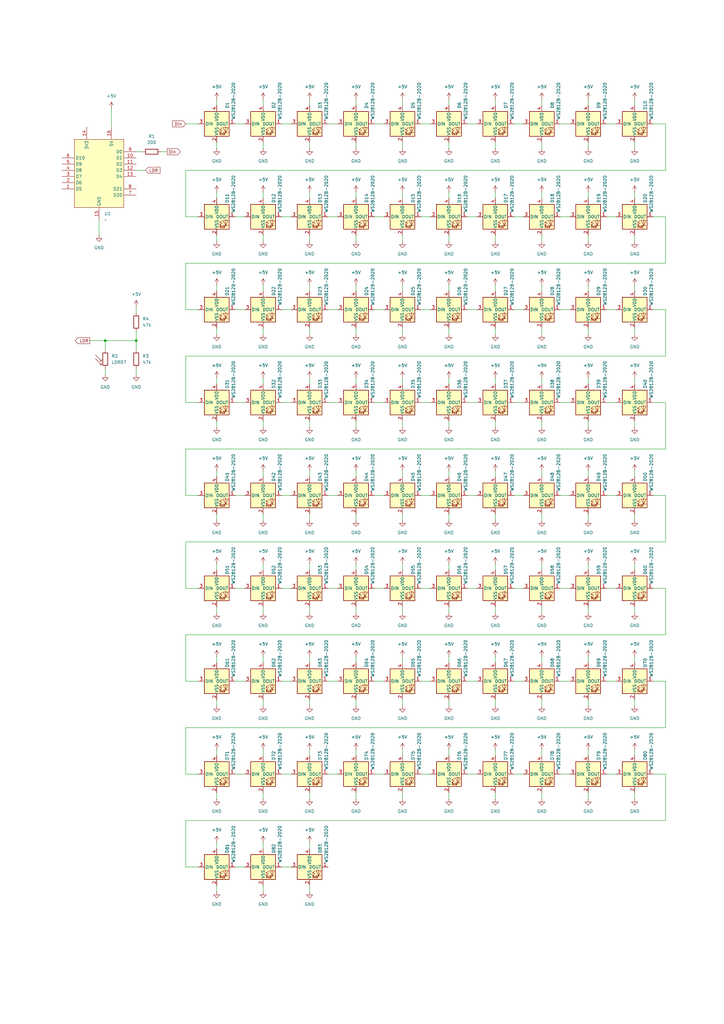
<source format=kicad_sch>
(kicad_sch (version 20250114) (generator "eeschema") (generator_version "9.0")
  (paper "A3" portrait)
  (junction (at 43.18 139.7))
  (junction (at 55.88 139.7))
  (wire (pts (xy 153.67 165.1) (xy 157.48 165.1)))
  (wire (pts (xy 191.77 203.2) (xy 195.58 203.2)))
  (wire (pts (xy 203.2 96.52) (xy 203.2 99.06)))
  (wire (pts (xy 210.82 203.2) (xy 214.63 203.2)))
  (wire (pts (xy 273.05 222.25) (xy 76.2 222.25)))
  (wire (pts (xy 146.05 134.62) (xy 146.05 137.16)))
  (wire (pts (xy 96.52 241.3) (xy 100.33 241.3)))
  (wire (pts (xy 184.15 287.02) (xy 184.15 289.56)))
  (wire (pts (xy 260.35 307.34) (xy 260.35 309.88)))
  (wire (pts (xy 203.2 58.42) (xy 203.2 60.96)))
  (wire (pts (xy 107.95 307.34) (xy 107.95 309.88)))
  (wire (pts (xy 107.95 287.02) (xy 107.95 289.56)))
  (wire (pts (xy 76.2 279.4) (xy 81.28 279.4)))
  (wire (pts (xy 241.3 269.24) (xy 241.3 271.78)))
  (wire (pts (xy 248.92 165.1) (xy 252.73 165.1)))
  (wire (pts (xy 260.35 269.24) (xy 260.35 271.78)))
  (wire (pts (xy 88.9 134.62) (xy 88.9 137.16)))
  (wire (pts (xy 107.95 154.94) (xy 107.95 157.48)))
  (wire (pts (xy 55.88 135.89) (xy 55.88 139.7)))
  (wire (pts (xy 107.95 269.24) (xy 107.95 271.78)))
  (wire (pts (xy 165.1 116.84) (xy 165.1 119.38)))
  (wire (pts (xy 241.3 116.84) (xy 241.3 119.38)))
  (wire (pts (xy 241.3 231.14) (xy 241.3 233.68)))
  (wire (pts (xy 267.97 241.3) (xy 273.05 241.3)))
  (wire (pts (xy 229.87 50.8) (xy 233.68 50.8)))
  (wire (pts (xy 127 154.94) (xy 127 157.48)))
  (wire (pts (xy 222.25 193.04) (xy 222.25 195.58)))
  (wire (pts (xy 273.05 317.5) (xy 273.05 336.55)))
  (wire (pts (xy 203.2 325.12) (xy 203.2 327.66)))
  (wire (pts (xy 210.82 50.8) (xy 214.63 50.8)))
  (wire (pts (xy 273.05 69.85) (xy 76.2 69.85)))
  (wire (pts (xy 134.62 317.5) (xy 138.43 317.5)))
  (wire (pts (xy 241.3 154.94) (xy 241.3 157.48)))
  (wire (pts (xy 134.62 165.1) (xy 138.43 165.1)))
  (wire (pts (xy 134.62 279.4) (xy 138.43 279.4)))
  (wire (pts (xy 146.05 269.24) (xy 146.05 271.78)))
  (wire (pts (xy 66.04 62.23) (xy 68.58 62.23)))
  (wire (pts (xy 88.9 78.74) (xy 88.9 81.28)))
  (wire (pts (xy 248.92 50.8) (xy 252.73 50.8)))
  (wire (pts (xy 107.95 363.22) (xy 107.95 365.76)))
  (wire (pts (xy 88.9 193.04) (xy 88.9 195.58)))
  (wire (pts (xy 134.62 241.3) (xy 138.43 241.3)))
  (wire (pts (xy 76.2 355.6) (xy 81.28 355.6)))
  (wire (pts (xy 222.25 172.72) (xy 222.25 175.26)))
  (wire (pts (xy 76.2 146.05) (xy 76.2 165.1)))
  (wire (pts (xy 248.92 127) (xy 252.73 127)))
  (wire (pts (xy 260.35 325.12) (xy 260.35 327.66)))
  (wire (pts (xy 260.35 287.02) (xy 260.35 289.56)))
  (wire (pts (xy 165.1 40.64) (xy 165.1 43.18)))
  (wire (pts (xy 55.88 151.13) (xy 55.88 153.67)))
  (wire (pts (xy 96.52 203.2) (xy 100.33 203.2)))
  (wire (pts (xy 88.9 345.44) (xy 88.9 347.98)))
  (wire (pts (xy 146.05 193.04) (xy 146.05 195.58)))
  (wire (pts (xy 88.9 231.14) (xy 88.9 233.68)))
  (wire (pts (xy 210.82 279.4) (xy 214.63 279.4)))
  (wire (pts (xy 165.1 58.42) (xy 165.1 60.96)))
  (wire (pts (xy 107.95 345.44) (xy 107.95 347.98)))
  (wire (pts (xy 210.82 88.9) (xy 214.63 88.9)))
  (wire (pts (xy 165.1 269.24) (xy 165.1 271.78)))
  (wire (pts (xy 153.67 279.4) (xy 157.48 279.4)))
  (wire (pts (xy 115.57 279.4) (xy 119.38 279.4)))
  (wire (pts (xy 172.72 279.4) (xy 176.53 279.4)))
  (wire (pts (xy 222.25 96.52) (xy 222.25 99.06)))
  (wire (pts (xy 273.05 241.3) (xy 273.05 260.35)))
  (wire (pts (xy 146.05 58.42) (xy 146.05 60.96)))
  (wire (pts (xy 146.05 78.74) (xy 146.05 81.28)))
  (wire (pts (xy 248.92 241.3) (xy 252.73 241.3)))
  (wire (pts (xy 55.88 125.73) (xy 55.88 128.27)))
  (wire (pts (xy 127 248.92) (xy 127 251.46)))
  (wire (pts (xy 127 96.52) (xy 127 99.06)))
  (wire (pts (xy 229.87 241.3) (xy 233.68 241.3)))
  (wire (pts (xy 203.2 269.24) (xy 203.2 271.78)))
  (wire (pts (xy 165.1 325.12) (xy 165.1 327.66)))
  (wire (pts (xy 96.52 317.5) (xy 100.33 317.5)))
  (wire (pts (xy 191.77 50.8) (xy 195.58 50.8)))
  (wire (pts (xy 165.1 210.82) (xy 165.1 213.36)))
  (wire (pts (xy 76.2 336.55) (xy 76.2 355.6)))
  (wire (pts (xy 76.2 107.95) (xy 76.2 127)))
  (wire (pts (xy 146.05 307.34) (xy 146.05 309.88)))
  (wire (pts (xy 229.87 127) (xy 233.68 127)))
  (wire (pts (xy 241.3 307.34) (xy 241.3 309.88)))
  (wire (pts (xy 210.82 127) (xy 214.63 127)))
  (wire (pts (xy 115.57 127) (xy 119.38 127)))
  (wire (pts (xy 273.05 279.4) (xy 273.05 298.45)))
  (wire (pts (xy 203.2 116.84) (xy 203.2 119.38)))
  (wire (pts (xy 172.72 127) (xy 176.53 127)))
  (wire (pts (xy 260.35 134.62) (xy 260.35 137.16)))
  (wire (pts (xy 241.3 78.74) (xy 241.3 81.28)))
  (wire (pts (xy 267.97 279.4) (xy 273.05 279.4)))
  (wire (pts (xy 260.35 78.74) (xy 260.35 81.28)))
  (wire (pts (xy 76.2 127) (xy 81.28 127)))
  (wire (pts (xy 165.1 78.74) (xy 165.1 81.28)))
  (wire (pts (xy 260.35 116.84) (xy 260.35 119.38)))
  (wire (pts (xy 260.35 40.64) (xy 260.35 43.18)))
  (wire (pts (xy 165.1 287.02) (xy 165.1 289.56)))
  (wire (pts (xy 115.57 50.8) (xy 119.38 50.8)))
  (wire (pts (xy 88.9 154.94) (xy 88.9 157.48)))
  (wire (pts (xy 153.67 241.3) (xy 157.48 241.3)))
  (wire (pts (xy 76.2 241.3) (xy 81.28 241.3)))
  (wire (pts (xy 88.9 269.24) (xy 88.9 271.78)))
  (wire (pts (xy 43.18 151.13) (xy 43.18 153.67)))
  (wire (pts (xy 184.15 58.42) (xy 184.15 60.96)))
  (wire (pts (xy 96.52 165.1) (xy 100.33 165.1)))
  (wire (pts (xy 107.95 134.62) (xy 107.95 137.16)))
  (wire (pts (xy 146.05 40.64) (xy 146.05 43.18)))
  (wire (pts (xy 127 40.64) (xy 127 43.18)))
  (wire (pts (xy 191.77 165.1) (xy 195.58 165.1)))
  (wire (pts (xy 88.9 248.92) (xy 88.9 251.46)))
  (wire (pts (xy 260.35 193.04) (xy 260.35 195.58)))
  (wire (pts (xy 222.25 78.74) (xy 222.25 81.28)))
  (wire (pts (xy 184.15 210.82) (xy 184.15 213.36)))
  (wire (pts (xy 127 287.02) (xy 127 289.56)))
  (wire (pts (xy 88.9 116.84) (xy 88.9 119.38)))
  (wire (pts (xy 127 345.44) (xy 127 347.98)))
  (wire (pts (xy 260.35 248.92) (xy 260.35 251.46)))
  (wire (pts (xy 210.82 317.5) (xy 214.63 317.5)))
  (wire (pts (xy 96.52 88.9) (xy 100.33 88.9)))
  (wire (pts (xy 222.25 231.14) (xy 222.25 233.68)))
  (wire (pts (xy 127 193.04) (xy 127 195.58)))
  (wire (pts (xy 191.77 241.3) (xy 195.58 241.3)))
  (wire (pts (xy 115.57 355.6) (xy 119.38 355.6)))
  (wire (pts (xy 184.15 78.74) (xy 184.15 81.28)))
  (wire (pts (xy 248.92 317.5) (xy 252.73 317.5)))
  (wire (pts (xy 222.25 325.12) (xy 222.25 327.66)))
  (wire (pts (xy 76.2 260.35) (xy 76.2 279.4)))
  (wire (pts (xy 203.2 172.72) (xy 203.2 175.26)))
  (wire (pts (xy 267.97 50.8) (xy 273.05 50.8)))
  (wire (pts (xy 107.95 116.84) (xy 107.95 119.38)))
  (wire (pts (xy 165.1 172.72) (xy 165.1 175.26)))
  (wire (pts (xy 260.35 58.42) (xy 260.35 60.96)))
  (wire (pts (xy 127 116.84) (xy 127 119.38)))
  (wire (pts (xy 273.05 50.8) (xy 273.05 69.85)))
  (wire (pts (xy 172.72 241.3) (xy 176.53 241.3)))
  (wire (pts (xy 76.2 88.9) (xy 81.28 88.9)))
  (wire (pts (xy 203.2 210.82) (xy 203.2 213.36)))
  (wire (pts (xy 76.2 50.8) (xy 81.28 50.8)))
  (wire (pts (xy 260.35 96.52) (xy 260.35 99.06)))
  (wire (pts (xy 191.77 279.4) (xy 195.58 279.4)))
  (wire (pts (xy 146.05 172.72) (xy 146.05 175.26)))
  (wire (pts (xy 222.25 287.02) (xy 222.25 289.56)))
  (wire (pts (xy 127 325.12) (xy 127 327.66)))
  (wire (pts (xy 134.62 88.9) (xy 138.43 88.9)))
  (wire (pts (xy 229.87 165.1) (xy 233.68 165.1)))
  (wire (pts (xy 191.77 127) (xy 195.58 127)))
  (wire (pts (xy 127 210.82) (xy 127 213.36)))
  (wire (pts (xy 172.72 50.8) (xy 176.53 50.8)))
  (wire (pts (xy 260.35 154.94) (xy 260.35 157.48)))
  (wire (pts (xy 96.52 127) (xy 100.33 127)))
  (wire (pts (xy 153.67 50.8) (xy 157.48 50.8)))
  (wire (pts (xy 184.15 154.94) (xy 184.15 157.48)))
  (wire (pts (xy 203.2 134.62) (xy 203.2 137.16)))
  (wire (pts (xy 210.82 165.1) (xy 214.63 165.1)))
  (wire (pts (xy 107.95 58.42) (xy 107.95 60.96)))
  (wire (pts (xy 127 231.14) (xy 127 233.68)))
  (wire (pts (xy 222.25 116.84) (xy 222.25 119.38)))
  (wire (pts (xy 273.05 88.9) (xy 273.05 107.95)))
  (wire (pts (xy 76.2 222.25) (xy 76.2 241.3)))
  (wire (pts (xy 260.35 210.82) (xy 260.35 213.36)))
  (wire (pts (xy 88.9 172.72) (xy 88.9 175.26)))
  (wire (pts (xy 210.82 241.3) (xy 214.63 241.3)))
  (wire (pts (xy 88.9 210.82) (xy 88.9 213.36)))
  (wire (pts (xy 241.3 172.72) (xy 241.3 175.26)))
  (wire (pts (xy 184.15 116.84) (xy 184.15 119.38)))
  (wire (pts (xy 184.15 193.04) (xy 184.15 195.58)))
  (wire (pts (xy 76.2 203.2) (xy 81.28 203.2)))
  (wire (pts (xy 241.3 40.64) (xy 241.3 43.18)))
  (wire (pts (xy 172.72 317.5) (xy 176.53 317.5)))
  (wire (pts (xy 88.9 40.64) (xy 88.9 43.18)))
  (wire (pts (xy 203.2 40.64) (xy 203.2 43.18)))
  (wire (pts (xy 273.05 184.15) (xy 76.2 184.15)))
  (wire (pts (xy 88.9 325.12) (xy 88.9 327.66)))
  (wire (pts (xy 146.05 248.92) (xy 146.05 251.46)))
  (wire (pts (xy 127 269.24) (xy 127 271.78)))
  (wire (pts (xy 184.15 269.24) (xy 184.15 271.78)))
  (wire (pts (xy 40.64 90.17) (xy 40.64 96.52)))
  (wire (pts (xy 134.62 203.2) (xy 138.43 203.2)))
  (wire (pts (xy 222.25 210.82) (xy 222.25 213.36)))
  (wire (pts (xy 55.88 139.7) (xy 55.88 143.51)))
  (wire (pts (xy 107.95 40.64) (xy 107.95 43.18)))
  (wire (pts (xy 76.2 298.45) (xy 76.2 317.5)))
  (wire (pts (xy 76.2 317.5) (xy 81.28 317.5)))
  (wire (pts (xy 273.05 298.45) (xy 76.2 298.45)))
  (wire (pts (xy 134.62 127) (xy 138.43 127)))
  (wire (pts (xy 45.72 44.45) (xy 45.72 52.07)))
  (wire (pts (xy 241.3 193.04) (xy 241.3 195.58)))
  (wire (pts (xy 96.52 279.4) (xy 100.33 279.4)))
  (wire (pts (xy 88.9 58.42) (xy 88.9 60.96)))
  (wire (pts (xy 273.05 336.55) (xy 76.2 336.55)))
  (wire (pts (xy 165.1 248.92) (xy 165.1 251.46)))
  (wire (pts (xy 172.72 165.1) (xy 176.53 165.1)))
  (wire (pts (xy 88.9 363.22) (xy 88.9 365.76)))
  (wire (pts (xy 127 78.74) (xy 127 81.28)))
  (wire (pts (xy 184.15 325.12) (xy 184.15 327.66)))
  (wire (pts (xy 36.83 139.7) (xy 43.18 139.7)))
  (wire (pts (xy 172.72 88.9) (xy 176.53 88.9)))
  (wire (pts (xy 146.05 325.12) (xy 146.05 327.66)))
  (wire (pts (xy 134.62 50.8) (xy 138.43 50.8)))
  (wire (pts (xy 248.92 203.2) (xy 252.73 203.2)))
  (wire (pts (xy 260.35 172.72) (xy 260.35 175.26)))
  (wire (pts (xy 165.1 154.94) (xy 165.1 157.48)))
  (wire (pts (xy 222.25 40.64) (xy 222.25 43.18)))
  (wire (pts (xy 107.95 210.82) (xy 107.95 213.36)))
  (wire (pts (xy 248.92 88.9) (xy 252.73 88.9)))
  (wire (pts (xy 241.3 134.62) (xy 241.3 137.16)))
  (wire (pts (xy 267.97 88.9) (xy 273.05 88.9)))
  (wire (pts (xy 184.15 134.62) (xy 184.15 137.16)))
  (wire (pts (xy 267.97 165.1) (xy 273.05 165.1)))
  (wire (pts (xy 165.1 193.04) (xy 165.1 195.58)))
  (wire (pts (xy 107.95 78.74) (xy 107.95 81.28)))
  (wire (pts (xy 115.57 203.2) (xy 119.38 203.2)))
  (wire (pts (xy 153.67 88.9) (xy 157.48 88.9)))
  (wire (pts (xy 55.88 62.23) (xy 58.42 62.23)))
  (wire (pts (xy 153.67 203.2) (xy 157.48 203.2)))
  (wire (pts (xy 107.95 172.72) (xy 107.95 175.26)))
  (wire (pts (xy 146.05 210.82) (xy 146.05 213.36)))
  (wire (pts (xy 191.77 88.9) (xy 195.58 88.9)))
  (wire (pts (xy 76.2 165.1) (xy 81.28 165.1)))
  (wire (pts (xy 146.05 231.14) (xy 146.05 233.68)))
  (wire (pts (xy 267.97 317.5) (xy 273.05 317.5)))
  (wire (pts (xy 165.1 96.52) (xy 165.1 99.06)))
  (wire (pts (xy 273.05 165.1) (xy 273.05 184.15)))
  (wire (pts (xy 43.18 139.7) (xy 55.88 139.7)))
  (wire (pts (xy 55.88 69.85) (xy 59.69 69.85)))
  (wire (pts (xy 127 172.72) (xy 127 175.26)))
  (wire (pts (xy 273.05 260.35) (xy 76.2 260.35)))
  (wire (pts (xy 222.25 154.94) (xy 222.25 157.48)))
  (wire (pts (xy 184.15 40.64) (xy 184.15 43.18)))
  (wire (pts (xy 222.25 269.24) (xy 222.25 271.78)))
  (wire (pts (xy 203.2 287.02) (xy 203.2 289.56)))
  (wire (pts (xy 222.25 307.34) (xy 222.25 309.88)))
  (wire (pts (xy 115.57 317.5) (xy 119.38 317.5)))
  (wire (pts (xy 96.52 50.8) (xy 100.33 50.8)))
  (wire (pts (xy 107.95 231.14) (xy 107.95 233.68)))
  (wire (pts (xy 222.25 248.92) (xy 222.25 251.46)))
  (wire (pts (xy 76.2 184.15) (xy 76.2 203.2)))
  (wire (pts (xy 184.15 248.92) (xy 184.15 251.46)))
  (wire (pts (xy 273.05 203.2) (xy 273.05 222.25)))
  (wire (pts (xy 229.87 203.2) (xy 233.68 203.2)))
  (wire (pts (xy 146.05 287.02) (xy 146.05 289.56)))
  (wire (pts (xy 127 363.22) (xy 127 365.76)))
  (wire (pts (xy 153.67 127) (xy 157.48 127)))
  (wire (pts (xy 273.05 146.05) (xy 76.2 146.05)))
  (wire (pts (xy 184.15 307.34) (xy 184.15 309.88)))
  (wire (pts (xy 127 58.42) (xy 127 60.96)))
  (wire (pts (xy 107.95 193.04) (xy 107.95 195.58)))
  (wire (pts (xy 203.2 307.34) (xy 203.2 309.88)))
  (wire (pts (xy 184.15 231.14) (xy 184.15 233.68)))
  (wire (pts (xy 203.2 248.92) (xy 203.2 251.46)))
  (wire (pts (xy 191.77 317.5) (xy 195.58 317.5)))
  (wire (pts (xy 229.87 88.9) (xy 233.68 88.9)))
  (wire (pts (xy 172.72 203.2) (xy 176.53 203.2)))
  (wire (pts (xy 222.25 134.62) (xy 222.25 137.16)))
  (wire (pts (xy 229.87 279.4) (xy 233.68 279.4)))
  (wire (pts (xy 203.2 231.14) (xy 203.2 233.68)))
  (wire (pts (xy 146.05 154.94) (xy 146.05 157.48)))
  (wire (pts (xy 165.1 134.62) (xy 165.1 137.16)))
  (wire (pts (xy 203.2 193.04) (xy 203.2 195.58)))
  (wire (pts (xy 229.87 317.5) (xy 233.68 317.5)))
  (wire (pts (xy 241.3 248.92) (xy 241.3 251.46)))
  (wire (pts (xy 222.25 58.42) (xy 222.25 60.96)))
  (wire (pts (xy 165.1 307.34) (xy 165.1 309.88)))
  (wire (pts (xy 241.3 58.42) (xy 241.3 60.96)))
  (wire (pts (xy 88.9 96.52) (xy 88.9 99.06)))
  (wire (pts (xy 107.95 96.52) (xy 107.95 99.06)))
  (wire (pts (xy 184.15 96.52) (xy 184.15 99.06)))
  (wire (pts (xy 267.97 203.2) (xy 273.05 203.2)))
  (wire (pts (xy 88.9 287.02) (xy 88.9 289.56)))
  (wire (pts (xy 273.05 127) (xy 273.05 146.05)))
  (wire (pts (xy 165.1 231.14) (xy 165.1 233.68)))
  (wire (pts (xy 146.05 116.84) (xy 146.05 119.38)))
  (wire (pts (xy 241.3 325.12) (xy 241.3 327.66)))
  (wire (pts (xy 107.95 248.92) (xy 107.95 251.46)))
  (wire (pts (xy 184.15 172.72) (xy 184.15 175.26)))
  (wire (pts (xy 273.05 107.95) (xy 76.2 107.95)))
  (wire (pts (xy 115.57 241.3) (xy 119.38 241.3)))
  (wire (pts (xy 241.3 287.02) (xy 241.3 289.56)))
  (wire (pts (xy 107.95 325.12) (xy 107.95 327.66)))
  (wire (pts (xy 146.05 96.52) (xy 146.05 99.06)))
  (wire (pts (xy 88.9 307.34) (xy 88.9 309.88)))
  (wire (pts (xy 241.3 210.82) (xy 241.3 213.36)))
  (wire (pts (xy 96.52 355.6) (xy 100.33 355.6)))
  (wire (pts (xy 203.2 154.94) (xy 203.2 157.48)))
  (wire (pts (xy 267.97 127) (xy 273.05 127)))
  (wire (pts (xy 248.92 279.4) (xy 252.73 279.4)))
  (wire (pts (xy 115.57 165.1) (xy 119.38 165.1)))
  (wire (pts (xy 241.3 96.52) (xy 241.3 99.06)))
  (wire (pts (xy 260.35 231.14) (xy 260.35 233.68)))
  (wire (pts (xy 127 134.62) (xy 127 137.16)))
  (wire (pts (xy 153.67 317.5) (xy 157.48 317.5)))
  (wire (pts (xy 203.2 78.74) (xy 203.2 81.28)))
  (wire (pts (xy 127 307.34) (xy 127 309.88)))
  (wire (pts (xy 43.18 143.51) (xy 43.18 139.7)))
  (wire (pts (xy 76.2 69.85) (xy 76.2 88.9)))
  (wire (pts (xy 115.57 88.9) (xy 119.38 88.9)))
  (global_label "LDR" (shape output) (at 36.83 139.7 180) (property "Intersheetrefs" "${INTERSHEET_REFS}" (effects (hide yes))))
  (global_label "Din" (shape input) (at 76.2 50.8 180) (property "Intersheetrefs" "${INTERSHEET_REFS}" (effects (hide yes))))
  (global_label "Din" (shape output) (at 68.58 62.23 0) (property "Intersheetrefs" "${INTERSHEET_REFS}" (effects (hide yes))))
  (global_label "LDR" (shape input) (at 59.69 69.85 0) (property "Intersheetrefs" "${INTERSHEET_REFS}" (effects (hide yes))))
  (symbol (lib_id "power:+5V") (at 184.15 154.94 0) (unit 1)
    (property "Reference" "#PWR071" (effects (hide yes)))
    (property "Value" "+5V" (at 184.15 149.86 0))
    (property "Description" "Power symbol creates a global label with name \"+5V\"" (effects (hide yes)))
  )
  (symbol (lib_id "power:GND") (at 203.2 175.26 0) (unit 1)
    (property "Reference" "#PWR074" (effects (hide yes)))
    (property "Value" "GND" (at 203.2 180.34 0))
    (property "Description" "Power symbol creates a global label with name \"GND\" , ground" (effects (hide yes)))
  )
  (symbol (lib_id "LED:WS2812B-2020") (at 146.05 50.8 0) (unit 1)
    (property "Reference" "D4" (at 150.368 43.18 90))
    (property "Value" "WS2812B-2020" (at 152.908 41.402 90))
    (property "Footprint" "LED_SMD:LED_WS2812B-2020_PLCC4_2.0x2.0mm" (effects (hide yes)))
    (property "Datasheet" "https://cdn-shop.adafruit.com/product-files/4684/4684_WS2812B-2020_V1.3_EN.pdf" (effects (hide yes)))
    (property "Description" "RGB LED with integrated controller, 2.0 x 2.0 mm, 12 mA" (effects (hide yes)))
  )
  (symbol (lib_id "power:+5V") (at 222.25 40.64 0) (unit 1)
    (property "Reference" "#PWR015" (effects (hide yes)))
    (property "Value" "+5V" (at 222.25 35.56 0))
    (property "Description" "Power symbol creates a global label with name \"+5V\"" (effects (hide yes)))
  )
  (symbol (lib_id "power:+5V") (at 260.35 40.64 0) (unit 1)
    (property "Reference" "#PWR019" (effects (hide yes)))
    (property "Value" "+5V" (at 260.35 35.56 0))
    (property "Description" "Power symbol creates a global label with name \"+5V\"" (effects (hide yes)))
  )
  (symbol (lib_id "power:GND") (at 88.9 175.26 0) (unit 1)
    (property "Reference" "#PWR062" (effects (hide yes)))
    (property "Value" "GND" (at 88.9 180.34 0))
    (property "Description" "Power symbol creates a global label with name \"GND\" , ground" (effects (hide yes)))
  )
  (symbol (lib_id "power:+5V") (at 222.25 269.24 0) (unit 1)
    (property "Reference" "#PWR0135" (effects (hide yes)))
    (property "Value" "+5V" (at 222.25 264.16 0))
    (property "Description" "Power symbol creates a global label with name \"+5V\"" (effects (hide yes)))
  )
  (symbol (lib_id "LED:WS2812B-2020") (at 127 317.5 0) (unit 1)
    (property "Reference" "D73" (at 131.318 309.88 90))
    (property "Value" "WS2812B-2020" (at 133.858 308.102 90))
    (property "Footprint" "LED_SMD:LED_WS2812B-2020_PLCC4_2.0x2.0mm" (effects (hide yes)))
    (property "Datasheet" "https://cdn-shop.adafruit.com/product-files/4684/4684_WS2812B-2020_V1.3_EN.pdf" (effects (hide yes)))
    (property "Description" "RGB LED with integrated controller, 2.0 x 2.0 mm, 12 mA" (effects (hide yes)))
  )
  (symbol (lib_id "power:+5V") (at 165.1 154.94 0) (unit 1)
    (property "Reference" "#PWR069" (effects (hide yes)))
    (property "Value" "+5V" (at 165.1 149.86 0))
    (property "Description" "Power symbol creates a global label with name \"+5V\"" (effects (hide yes)))
  )
  (symbol (lib_id "power:GND") (at 146.05 213.36 0) (unit 1)
    (property "Reference" "#PWR088" (effects (hide yes)))
    (property "Value" "GND" (at 146.05 218.44 0))
    (property "Description" "Power symbol creates a global label with name \"GND\" , ground" (effects (hide yes)))
  )
  (symbol (lib_id "power:+5V") (at 146.05 193.04 0) (unit 1)
    (property "Reference" "#PWR087" (effects (hide yes)))
    (property "Value" "+5V" (at 146.05 187.96 0))
    (property "Description" "Power symbol creates a global label with name \"+5V\"" (effects (hide yes)))
  )
  (symbol (lib_id "Device:R") (at 62.23 62.23 90) (unit 1)
    (property "Reference" "R1" (at 62.23 55.88 90))
    (property "Value" "200" (at 62.23 58.42 90))
    (property "Description" "Resistor" (effects (hide yes)))
  )
  (symbol (lib_id "power:+5V") (at 88.9 116.84 0) (unit 1)
    (property "Reference" "#PWR041" (effects (hide yes)))
    (property "Value" "+5V" (at 88.9 111.76 0))
    (property "Description" "Power symbol creates a global label with name \"+5V\"" (effects (hide yes)))
  )
  (symbol (lib_id "power:GND") (at 260.35 137.16 0) (unit 1)
    (property "Reference" "#PWR060" (effects (hide yes)))
    (property "Value" "GND" (at 260.35 142.24 0))
    (property "Description" "Power symbol creates a global label with name \"GND\" , ground" (effects (hide yes)))
  )
  (symbol (lib_id "power:GND") (at 165.1 327.66 0) (unit 1)
    (property "Reference" "#PWR0150" (effects (hide yes)))
    (property "Value" "GND" (at 165.1 332.74 0))
    (property "Description" "Power symbol creates a global label with name \"GND\" , ground" (effects (hide yes)))
  )
  (symbol (lib_id "power:+5V") (at 107.95 193.04 0) (unit 1)
    (property "Reference" "#PWR083" (effects (hide yes)))
    (property "Value" "+5V" (at 107.95 187.96 0))
    (property "Description" "Power symbol creates a global label with name \"+5V\"" (effects (hide yes)))
  )
  (symbol (lib_id "LED:WS2812B-2020") (at 107.95 165.1 0) (unit 1)
    (property "Reference" "D32" (at 112.268 157.48 90))
    (property "Value" "WS2812B-2020" (at 114.808 155.702 90))
    (property "Footprint" "LED_SMD:LED_WS2812B-2020_PLCC4_2.0x2.0mm" (effects (hide yes)))
    (property "Datasheet" "https://cdn-shop.adafruit.com/product-files/4684/4684_WS2812B-2020_V1.3_EN.pdf" (effects (hide yes)))
    (property "Description" "RGB LED with integrated controller, 2.0 x 2.0 mm, 12 mA" (effects (hide yes)))
  )
  (symbol (lib_id "power:GND") (at 222.25 175.26 0) (unit 1)
    (property "Reference" "#PWR076" (effects (hide yes)))
    (property "Value" "GND" (at 222.25 180.34 0))
    (property "Description" "Power symbol creates a global label with name \"GND\" , ground" (effects (hide yes)))
  )
  (symbol (lib_id "power:+5V") (at 127 40.64 0) (unit 1)
    (property "Reference" "#PWR05" (effects (hide yes)))
    (property "Value" "+5V" (at 127 35.56 0))
    (property "Description" "Power symbol creates a global label with name \"+5V\"" (effects (hide yes)))
  )
  (symbol (lib_id "power:+5V") (at 260.35 269.24 0) (unit 1)
    (property "Reference" "#PWR0139" (effects (hide yes)))
    (property "Value" "+5V" (at 260.35 264.16 0))
    (property "Description" "Power symbol creates a global label with name \"+5V\"" (effects (hide yes)))
  )
  (symbol (lib_id "power:+5V") (at 222.25 116.84 0) (unit 1)
    (property "Reference" "#PWR055" (effects (hide yes)))
    (property "Value" "+5V" (at 222.25 111.76 0))
    (property "Description" "Power symbol creates a global label with name \"+5V\"" (effects (hide yes)))
  )
  (symbol (lib_id "power:GND") (at 127 99.06 0) (unit 1)
    (property "Reference" "#PWR026" (effects (hide yes)))
    (property "Value" "GND" (at 127 104.14 0))
    (property "Description" "Power symbol creates a global label with name \"GND\" , ground" (effects (hide yes)))
  )
  (symbol (lib_id "LED:WS2812B-2020") (at 260.35 279.4 0) (unit 1)
    (property "Reference" "D70" (at 264.668 271.78 90))
    (property "Value" "WS2812B-2020" (at 267.208 270.002 90))
    (property "Footprint" "LED_SMD:LED_WS2812B-2020_PLCC4_2.0x2.0mm" (effects (hide yes)))
    (property "Datasheet" "https://cdn-shop.adafruit.com/product-files/4684/4684_WS2812B-2020_V1.3_EN.pdf" (effects (hide yes)))
    (property "Description" "RGB LED with integrated controller, 2.0 x 2.0 mm, 12 mA" (effects (hide yes)))
  )
  (symbol (lib_id "power:+5V") (at 260.35 231.14 0) (unit 1)
    (property "Reference" "#PWR0119" (effects (hide yes)))
    (property "Value" "+5V" (at 260.35 226.06 0))
    (property "Description" "Power symbol creates a global label with name \"+5V\"" (effects (hide yes)))
  )
  (symbol (lib_id "power:+5V") (at 107.95 307.34 0) (unit 1)
    (property "Reference" "#PWR0143" (effects (hide yes)))
    (property "Value" "+5V" (at 107.95 302.26 0))
    (property "Description" "Power symbol creates a global label with name \"+5V\"" (effects (hide yes)))
  )
  (symbol (lib_id "power:+5V") (at 203.2 78.74 0) (unit 1)
    (property "Reference" "#PWR033" (effects (hide yes)))
    (property "Value" "+5V" (at 203.2 73.66 0))
    (property "Description" "Power symbol creates a global label with name \"+5V\"" (effects (hide yes)))
  )
  (symbol (lib_id "LED:WS2812B-2020") (at 203.2 241.3 0) (unit 1)
    (property "Reference" "D57" (at 207.518 233.68 90))
    (property "Value" "WS2812B-2020" (at 210.058 231.902 90))
    (property "Footprint" "LED_SMD:LED_WS2812B-2020_PLCC4_2.0x2.0mm" (effects (hide yes)))
    (property "Datasheet" "https://cdn-shop.adafruit.com/product-files/4684/4684_WS2812B-2020_V1.3_EN.pdf" (effects (hide yes)))
    (property "Description" "RGB LED with integrated controller, 2.0 x 2.0 mm, 12 mA" (effects (hide yes)))
  )
  (symbol (lib_id "LED:WS2812B-2020") (at 107.95 203.2 0) (unit 1)
    (property "Reference" "D42" (at 112.268 195.58 90))
    (property "Value" "WS2812B-2020" (at 114.808 193.802 90))
    (property "Footprint" "LED_SMD:LED_WS2812B-2020_PLCC4_2.0x2.0mm" (effects (hide yes)))
    (property "Datasheet" "https://cdn-shop.adafruit.com/product-files/4684/4684_WS2812B-2020_V1.3_EN.pdf" (effects (hide yes)))
    (property "Description" "RGB LED with integrated controller, 2.0 x 2.0 mm, 12 mA" (effects (hide yes)))
  )
  (symbol (lib_id "LED:WS2812B-2020") (at 184.15 88.9 0) (unit 1)
    (property "Reference" "D16" (at 188.468 81.28 90))
    (property "Value" "WS2812B-2020" (at 191.008 79.502 90))
    (property "Footprint" "LED_SMD:LED_WS2812B-2020_PLCC4_2.0x2.0mm" (effects (hide yes)))
    (property "Datasheet" "https://cdn-shop.adafruit.com/product-files/4684/4684_WS2812B-2020_V1.3_EN.pdf" (effects (hide yes)))
    (property "Description" "RGB LED with integrated controller, 2.0 x 2.0 mm, 12 mA" (effects (hide yes)))
  )
  (symbol (lib_id "LED:WS2812B-2020") (at 88.9 317.5 0) (unit 1)
    (property "Reference" "D71" (at 93.218 309.88 90))
    (property "Value" "WS2812B-2020" (at 95.758 308.102 90))
    (property "Footprint" "LED_SMD:LED_WS2812B-2020_PLCC4_2.0x2.0mm" (effects (hide yes)))
    (property "Datasheet" "https://cdn-shop.adafruit.com/product-files/4684/4684_WS2812B-2020_V1.3_EN.pdf" (effects (hide yes)))
    (property "Description" "RGB LED with integrated controller, 2.0 x 2.0 mm, 12 mA" (effects (hide yes)))
  )
  (symbol (lib_id "esp-devboard:ESP32C3") (at 30.48 85.09 0) (unit 1)
    (property "Reference" "U1" (at 42.7833 87.63 0) (effects (justify left)))
    (property "Value" "~" (at 42.7833 90.17 0) (effects (justify left)))
    (property "Footprint" "esp-devboard:ESP32C3" (effects (hide yes)))
  )
  (symbol (lib_id "power:+5V") (at 127 78.74 0) (unit 1)
    (property "Reference" "#PWR025" (effects (hide yes)))
    (property "Value" "+5V" (at 127 73.66 0))
    (property "Description" "Power symbol creates a global label with name \"+5V\"" (effects (hide yes)))
  )
  (symbol (lib_id "power:GND") (at 107.95 99.06 0) (unit 1)
    (property "Reference" "#PWR024" (effects (hide yes)))
    (property "Value" "GND" (at 107.95 104.14 0))
    (property "Description" "Power symbol creates a global label with name \"GND\" , ground" (effects (hide yes)))
  )
  (symbol (lib_id "power:+5V") (at 241.3 78.74 0) (unit 1)
    (property "Reference" "#PWR037" (effects (hide yes)))
    (property "Value" "+5V" (at 241.3 73.66 0))
    (property "Description" "Power symbol creates a global label with name \"+5V\"" (effects (hide yes)))
  )
  (symbol (lib_id "power:+5V") (at 88.9 154.94 0) (unit 1)
    (property "Reference" "#PWR061" (effects (hide yes)))
    (property "Value" "+5V" (at 88.9 149.86 0))
    (property "Description" "Power symbol creates a global label with name \"+5V\"" (effects (hide yes)))
  )
  (symbol (lib_id "power:+5V") (at 127 116.84 0) (unit 1)
    (property "Reference" "#PWR045" (effects (hide yes)))
    (property "Value" "+5V" (at 127 111.76 0))
    (property "Description" "Power symbol creates a global label with name \"+5V\"" (effects (hide yes)))
  )
  (symbol (lib_id "power:GND") (at 88.9 99.06 0) (unit 1)
    (property "Reference" "#PWR022" (effects (hide yes)))
    (property "Value" "GND" (at 88.9 104.14 0))
    (property "Description" "Power symbol creates a global label with name \"GND\" , ground" (effects (hide yes)))
  )
  (symbol (lib_id "LED:WS2812B-2020") (at 146.05 203.2 0) (unit 1)
    (property "Reference" "D44" (at 150.368 195.58 90))
    (property "Value" "WS2812B-2020" (at 152.908 193.802 90))
    (property "Footprint" "LED_SMD:LED_WS2812B-2020_PLCC4_2.0x2.0mm" (effects (hide yes)))
    (property "Datasheet" "https://cdn-shop.adafruit.com/product-files/4684/4684_WS2812B-2020_V1.3_EN.pdf" (effects (hide yes)))
    (property "Description" "RGB LED with integrated controller, 2.0 x 2.0 mm, 12 mA" (effects (hide yes)))
  )
  (symbol (lib_id "power:+5V") (at 165.1 307.34 0) (unit 1)
    (property "Reference" "#PWR0149" (effects (hide yes)))
    (property "Value" "+5V" (at 165.1 302.26 0))
    (property "Description" "Power symbol creates a global label with name \"+5V\"" (effects (hide yes)))
  )
  (symbol (lib_id "LED:WS2812B-2020") (at 127 279.4 0) (unit 1)
    (property "Reference" "D63" (at 131.318 271.78 90))
    (property "Value" "WS2812B-2020" (at 133.858 270.002 90))
    (property "Footprint" "LED_SMD:LED_WS2812B-2020_PLCC4_2.0x2.0mm" (effects (hide yes)))
    (property "Datasheet" "https://cdn-shop.adafruit.com/product-files/4684/4684_WS2812B-2020_V1.3_EN.pdf" (effects (hide yes)))
    (property "Description" "RGB LED with integrated controller, 2.0 x 2.0 mm, 12 mA" (effects (hide yes)))
  )
  (symbol (lib_id "power:GND") (at 88.9 60.96 0) (unit 1)
    (property "Reference" "#PWR01" (effects (hide yes)))
    (property "Value" "GND" (at 88.9 66.04 0))
    (property "Description" "Power symbol creates a global label with name \"GND\" , ground" (effects (hide yes)))
  )
  (symbol (lib_id "LED:WS2812B-2020") (at 88.9 203.2 0) (unit 1)
    (property "Reference" "D41" (at 93.218 195.58 90))
    (property "Value" "WS2812B-2020" (at 95.758 193.802 90))
    (property "Footprint" "LED_SMD:LED_WS2812B-2020_PLCC4_2.0x2.0mm" (effects (hide yes)))
    (property "Datasheet" "https://cdn-shop.adafruit.com/product-files/4684/4684_WS2812B-2020_V1.3_EN.pdf" (effects (hide yes)))
    (property "Description" "RGB LED with integrated controller, 2.0 x 2.0 mm, 12 mA" (effects (hide yes)))
  )
  (symbol (lib_id "LED:WS2812B-2020") (at 165.1 165.1 0) (unit 1)
    (property "Reference" "D35" (at 169.418 157.48 90))
    (property "Value" "WS2812B-2020" (at 171.958 155.702 90))
    (property "Footprint" "LED_SMD:LED_WS2812B-2020_PLCC4_2.0x2.0mm" (effects (hide yes)))
    (property "Datasheet" "https://cdn-shop.adafruit.com/product-files/4684/4684_WS2812B-2020_V1.3_EN.pdf" (effects (hide yes)))
    (property "Description" "RGB LED with integrated controller, 2.0 x 2.0 mm, 12 mA" (effects (hide yes)))
  )
  (symbol (lib_id "power:+5V") (at 184.15 193.04 0) (unit 1)
    (property "Reference" "#PWR091" (effects (hide yes)))
    (property "Value" "+5V" (at 184.15 187.96 0))
    (property "Description" "Power symbol creates a global label with name \"+5V\"" (effects (hide yes)))
  )
  (symbol (lib_id "power:+5V") (at 184.15 78.74 0) (unit 1)
    (property "Reference" "#PWR031" (effects (hide yes)))
    (property "Value" "+5V" (at 184.15 73.66 0))
    (property "Description" "Power symbol creates a global label with name \"+5V\"" (effects (hide yes)))
  )
  (symbol (lib_id "power:+5V") (at 241.3 40.64 0) (unit 1)
    (property "Reference" "#PWR017" (effects (hide yes)))
    (property "Value" "+5V" (at 241.3 35.56 0))
    (property "Description" "Power symbol creates a global label with name \"+5V\"" (effects (hide yes)))
  )
  (symbol (lib_id "LED:WS2812B-2020") (at 165.1 50.8 0) (unit 1)
    (property "Reference" "D5" (at 169.418 43.18 90))
    (property "Value" "WS2812B-2020" (at 171.958 41.402 90))
    (property "Footprint" "LED_SMD:LED_WS2812B-2020_PLCC4_2.0x2.0mm" (effects (hide yes)))
    (property "Datasheet" "https://cdn-shop.adafruit.com/product-files/4684/4684_WS2812B-2020_V1.3_EN.pdf" (effects (hide yes)))
    (property "Description" "RGB LED with integrated controller, 2.0 x 2.0 mm, 12 mA" (effects (hide yes)))
  )
  (symbol (lib_id "power:GND") (at 241.3 60.96 0) (unit 1)
    (property "Reference" "#PWR018" (effects (hide yes)))
    (property "Value" "GND" (at 241.3 66.04 0))
    (property "Description" "Power symbol creates a global label with name \"GND\" , ground" (effects (hide yes)))
  )
  (symbol (lib_id "power:+5V") (at 165.1 78.74 0) (unit 1)
    (property "Reference" "#PWR029" (effects (hide yes)))
    (property "Value" "+5V" (at 165.1 73.66 0))
    (property "Description" "Power symbol creates a global label with name \"+5V\"" (effects (hide yes)))
  )
  (symbol (lib_id "LED:WS2812B-2020") (at 127 203.2 0) (unit 1)
    (property "Reference" "D43" (at 131.318 195.58 90))
    (property "Value" "WS2812B-2020" (at 133.858 193.802 90))
    (property "Footprint" "LED_SMD:LED_WS2812B-2020_PLCC4_2.0x2.0mm" (effects (hide yes)))
    (property "Datasheet" "https://cdn-shop.adafruit.com/product-files/4684/4684_WS2812B-2020_V1.3_EN.pdf" (effects (hide yes)))
    (property "Description" "RGB LED with integrated controller, 2.0 x 2.0 mm, 12 mA" (effects (hide yes)))
  )
  (symbol (lib_id "LED:WS2812B-2020") (at 107.95 50.8 0) (unit 1)
    (property "Reference" "D2" (at 112.268 43.18 90))
    (property "Value" "WS2812B-2020" (at 114.808 41.402 90))
    (property "Footprint" "LED_SMD:LED_WS2812B-2020_PLCC4_2.0x2.0mm" (effects (hide yes)))
    (property "Datasheet" "https://cdn-shop.adafruit.com/product-files/4684/4684_WS2812B-2020_V1.3_EN.pdf" (effects (hide yes)))
    (property "Description" "RGB LED with integrated controller, 2.0 x 2.0 mm, 12 mA" (effects (hide yes)))
  )
  (symbol (lib_id "power:+5V") (at 88.9 307.34 0) (unit 1)
    (property "Reference" "#PWR0141" (effects (hide yes)))
    (property "Value" "+5V" (at 88.9 302.26 0))
    (property "Description" "Power symbol creates a global label with name \"+5V\"" (effects (hide yes)))
  )
  (symbol (lib_id "LED:WS2812B-2020") (at 88.9 127 0) (unit 1)
    (property "Reference" "D21" (at 93.218 119.38 90))
    (property "Value" "WS2812B-2020" (at 95.758 117.602 90))
    (property "Footprint" "LED_SMD:LED_WS2812B-2020_PLCC4_2.0x2.0mm" (effects (hide yes)))
    (property "Datasheet" "https://cdn-shop.adafruit.com/product-files/4684/4684_WS2812B-2020_V1.3_EN.pdf" (effects (hide yes)))
    (property "Description" "RGB LED with integrated controller, 2.0 x 2.0 mm, 12 mA" (effects (hide yes)))
  )
  (symbol (lib_id "power:+5V") (at 241.3 154.94 0) (unit 1)
    (property "Reference" "#PWR077" (effects (hide yes)))
    (property "Value" "+5V" (at 241.3 149.86 0))
    (property "Description" "Power symbol creates a global label with name \"+5V\"" (effects (hide yes)))
  )
  (symbol (lib_id "power:GND") (at 127 213.36 0) (unit 1)
    (property "Reference" "#PWR086" (effects (hide yes)))
    (property "Value" "GND" (at 127 218.44 0))
    (property "Description" "Power symbol creates a global label with name \"GND\" , ground" (effects (hide yes)))
  )
  (symbol (lib_id "LED:WS2812B-2020") (at 241.3 50.8 0) (unit 1)
    (property "Reference" "D9" (at 245.618 43.18 90))
    (property "Value" "WS2812B-2020" (at 248.158 41.402 90))
    (property "Footprint" "LED_SMD:LED_WS2812B-2020_PLCC4_2.0x2.0mm" (effects (hide yes)))
    (property "Datasheet" "https://cdn-shop.adafruit.com/product-files/4684/4684_WS2812B-2020_V1.3_EN.pdf" (effects (hide yes)))
    (property "Description" "RGB LED with integrated controller, 2.0 x 2.0 mm, 12 mA" (effects (hide yes)))
  )
  (symbol (lib_id "LED:WS2812B-2020") (at 203.2 279.4 0) (unit 1)
    (property "Reference" "D67" (at 207.518 271.78 90))
    (property "Value" "WS2812B-2020" (at 210.058 270.002 90))
    (property "Footprint" "LED_SMD:LED_WS2812B-2020_PLCC4_2.0x2.0mm" (effects (hide yes)))
    (property "Datasheet" "https://cdn-shop.adafruit.com/product-files/4684/4684_WS2812B-2020_V1.3_EN.pdf" (effects (hide yes)))
    (property "Description" "RGB LED with integrated controller, 2.0 x 2.0 mm, 12 mA" (effects (hide yes)))
  )
  (symbol (lib_id "LED:WS2812B-2020") (at 241.3 88.9 0) (unit 1)
    (property "Reference" "D19" (at 245.618 81.28 90))
    (property "Value" "WS2812B-2020" (at 248.158 79.502 90))
    (property "Footprint" "LED_SMD:LED_WS2812B-2020_PLCC4_2.0x2.0mm" (effects (hide yes)))
    (property "Datasheet" "https://cdn-shop.adafruit.com/product-files/4684/4684_WS2812B-2020_V1.3_EN.pdf" (effects (hide yes)))
    (property "Description" "RGB LED with integrated controller, 2.0 x 2.0 mm, 12 mA" (effects (hide yes)))
  )
  (symbol (lib_id "LED:WS2812B-2020") (at 203.2 88.9 0) (unit 1)
    (property "Reference" "D17" (at 207.518 81.28 90))
    (property "Value" "WS2812B-2020" (at 210.058 79.502 90))
    (property "Footprint" "LED_SMD:LED_WS2812B-2020_PLCC4_2.0x2.0mm" (effects (hide yes)))
    (property "Datasheet" "https://cdn-shop.adafruit.com/product-files/4684/4684_WS2812B-2020_V1.3_EN.pdf" (effects (hide yes)))
    (property "Description" "RGB LED with integrated controller, 2.0 x 2.0 mm, 12 mA" (effects (hide yes)))
  )
  (symbol (lib_id "power:+5V") (at 222.25 78.74 0) (unit 1)
    (property "Reference" "#PWR035" (effects (hide yes)))
    (property "Value" "+5V" (at 222.25 73.66 0))
    (property "Description" "Power symbol creates a global label with name \"+5V\"" (effects (hide yes)))
  )
  (symbol (lib_id "power:GND") (at 222.25 99.06 0) (unit 1)
    (property "Reference" "#PWR036" (effects (hide yes)))
    (property "Value" "GND" (at 222.25 104.14 0))
    (property "Description" "Power symbol creates a global label with name \"GND\" , ground" (effects (hide yes)))
  )
  (symbol (lib_id "LED:WS2812B-2020") (at 222.25 241.3 0) (unit 1)
    (property "Reference" "D58" (at 226.568 233.68 90))
    (property "Value" "WS2812B-2020" (at 229.108 231.902 90))
    (property "Footprint" "LED_SMD:LED_WS2812B-2020_PLCC4_2.0x2.0mm" (effects (hide yes)))
    (property "Datasheet" "https://cdn-shop.adafruit.com/product-files/4684/4684_WS2812B-2020_V1.3_EN.pdf" (effects (hide yes)))
    (property "Description" "RGB LED with integrated controller, 2.0 x 2.0 mm, 12 mA" (effects (hide yes)))
  )
  (symbol (lib_id "power:GND") (at 203.2 60.96 0) (unit 1)
    (property "Reference" "#PWR014" (effects (hide yes)))
    (property "Value" "GND" (at 203.2 66.04 0))
    (property "Description" "Power symbol creates a global label with name \"GND\" , ground" (effects (hide yes)))
  )
  (symbol (lib_id "LED:WS2812B-2020") (at 260.35 203.2 0) (unit 1)
    (property "Reference" "D50" (at 264.668 195.58 90))
    (property "Value" "WS2812B-2020" (at 267.208 193.802 90))
    (property "Footprint" "LED_SMD:LED_WS2812B-2020_PLCC4_2.0x2.0mm" (effects (hide yes)))
    (property "Datasheet" "https://cdn-shop.adafruit.com/product-files/4684/4684_WS2812B-2020_V1.3_EN.pdf" (effects (hide yes)))
    (property "Description" "RGB LED with integrated controller, 2.0 x 2.0 mm, 12 mA" (effects (hide yes)))
  )
  (symbol (lib_id "LED:WS2812B-2020") (at 107.95 241.3 0) (unit 1)
    (property "Reference" "D52" (at 112.268 233.68 90))
    (property "Value" "WS2812B-2020" (at 114.808 231.902 90))
    (property "Footprint" "LED_SMD:LED_WS2812B-2020_PLCC4_2.0x2.0mm" (effects (hide yes)))
    (property "Datasheet" "https://cdn-shop.adafruit.com/product-files/4684/4684_WS2812B-2020_V1.3_EN.pdf" (effects (hide yes)))
    (property "Description" "RGB LED with integrated controller, 2.0 x 2.0 mm, 12 mA" (effects (hide yes)))
  )
  (symbol (lib_id "power:+5V") (at 260.35 78.74 0) (unit 1)
    (property "Reference" "#PWR039" (effects (hide yes)))
    (property "Value" "+5V" (at 260.35 73.66 0))
    (property "Description" "Power symbol creates a global label with name \"+5V\"" (effects (hide yes)))
  )
  (symbol (lib_id "power:GND") (at 165.1 137.16 0) (unit 1)
    (property "Reference" "#PWR050" (effects (hide yes)))
    (property "Value" "GND" (at 165.1 142.24 0))
    (property "Description" "Power symbol creates a global label with name \"GND\" , ground" (effects (hide yes)))
  )
  (symbol (lib_id "power:+5V") (at 127 154.94 0) (unit 1)
    (property "Reference" "#PWR065" (effects (hide yes)))
    (property "Value" "+5V" (at 127 149.86 0))
    (property "Description" "Power symbol creates a global label with name \"+5V\"" (effects (hide yes)))
  )
  (symbol (lib_id "LED:WS2812B-2020") (at 241.3 279.4 0) (unit 1)
    (property "Reference" "D69" (at 245.618 271.78 90))
    (property "Value" "WS2812B-2020" (at 248.158 270.002 90))
    (property "Footprint" "LED_SMD:LED_WS2812B-2020_PLCC4_2.0x2.0mm" (effects (hide yes)))
    (property "Datasheet" "https://cdn-shop.adafruit.com/product-files/4684/4684_WS2812B-2020_V1.3_EN.pdf" (effects (hide yes)))
    (property "Description" "RGB LED with integrated controller, 2.0 x 2.0 mm, 12 mA" (effects (hide yes)))
  )
  (symbol (lib_id "power:+5V") (at 184.15 269.24 0) (unit 1)
    (property "Reference" "#PWR0131" (effects (hide yes)))
    (property "Value" "+5V" (at 184.15 264.16 0))
    (property "Description" "Power symbol creates a global label with name \"+5V\"" (effects (hide yes)))
  )
  (symbol (lib_id "power:+5V") (at 184.15 116.84 0) (unit 1)
    (property "Reference" "#PWR051" (effects (hide yes)))
    (property "Value" "+5V" (at 184.15 111.76 0))
    (property "Description" "Power symbol creates a global label with name \"+5V\"" (effects (hide yes)))
  )
  (symbol (lib_id "power:+5V") (at 165.1 40.64 0) (unit 1)
    (property "Reference" "#PWR09" (effects (hide yes)))
    (property "Value" "+5V" (at 165.1 35.56 0))
    (property "Description" "Power symbol creates a global label with name \"+5V\"" (effects (hide yes)))
  )
  (symbol (lib_id "power:GND") (at 107.95 365.76 0) (unit 1)
    (property "Reference" "#PWR0164" (effects (hide yes)))
    (property "Value" "GND" (at 107.95 370.84 0))
    (property "Description" "Power symbol creates a global label with name \"GND\" , ground" (effects (hide yes)))
  )
  (symbol (lib_id "power:+5V") (at 241.3 307.34 0) (unit 1)
    (property "Reference" "#PWR0157" (effects (hide yes)))
    (property "Value" "+5V" (at 241.3 302.26 0))
    (property "Description" "Power symbol creates a global label with name \"+5V\"" (effects (hide yes)))
  )
  (symbol (lib_id "power:GND") (at 127 365.76 0) (unit 1)
    (property "Reference" "#PWR0166" (effects (hide yes)))
    (property "Value" "GND" (at 127 370.84 0))
    (property "Description" "Power symbol creates a global label with name \"GND\" , ground" (effects (hide yes)))
  )
  (symbol (lib_id "power:+5V") (at 107.95 154.94 0) (unit 1)
    (property "Reference" "#PWR063" (effects (hide yes)))
    (property "Value" "+5V" (at 107.95 149.86 0))
    (property "Description" "Power symbol creates a global label with name \"+5V\"" (effects (hide yes)))
  )
  (symbol (lib_id "LED:WS2812B-2020") (at 146.05 88.9 0) (unit 1)
    (property "Reference" "D14" (at 150.368 81.28 90))
    (property "Value" "WS2812B-2020" (at 152.908 79.502 90))
    (property "Footprint" "LED_SMD:LED_WS2812B-2020_PLCC4_2.0x2.0mm" (effects (hide yes)))
    (property "Datasheet" "https://cdn-shop.adafruit.com/product-files/4684/4684_WS2812B-2020_V1.3_EN.pdf" (effects (hide yes)))
    (property "Description" "RGB LED with integrated controller, 2.0 x 2.0 mm, 12 mA" (effects (hide yes)))
  )
  (symbol (lib_id "power:GND") (at 260.35 289.56 0) (unit 1)
    (property "Reference" "#PWR0140" (effects (hide yes)))
    (property "Value" "GND" (at 260.35 294.64 0))
    (property "Description" "Power symbol creates a global label with name \"GND\" , ground" (effects (hide yes)))
  )
  (symbol (lib_id "Sensor_Optical:LDR07") (at 43.18 147.32 0) (unit 1)
    (property "Reference" "R2" (at 45.72 146.0499 0) (effects (justify left)))
    (property "Value" "LDR07" (at 45.72 148.5899 0) (effects (justify left)))
    (property "Footprint" "OptoDevice:R_LDR_5.1x4.3mm_P3.4mm_Vertical" (effects (hide yes)))
    (property "Datasheet" "http://www.tme.eu/de/Document/f2e3ad76a925811312d226c31da4cd7e/LDR07.pdf" (effects (hide yes)))
    (property "Description" "light dependent resistor" (effects (hide yes)))
  )
  (symbol (lib_id "power:GND") (at 241.3 99.06 0) (unit 1)
    (property "Reference" "#PWR038" (effects (hide yes)))
    (property "Value" "GND" (at 241.3 104.14 0))
    (property "Description" "Power symbol creates a global label with name \"GND\" , ground" (effects (hide yes)))
  )
  (symbol (lib_id "power:+5V") (at 88.9 40.64 0) (unit 1)
    (property "Reference" "#PWR02" (effects (hide yes)))
    (property "Value" "+5V" (at 88.9 35.56 0))
    (property "Description" "Power symbol creates a global label with name \"+5V\"" (effects (hide yes)))
  )
  (symbol (lib_id "power:GND") (at 146.05 289.56 0) (unit 1)
    (property "Reference" "#PWR0128" (effects (hide yes)))
    (property "Value" "GND" (at 146.05 294.64 0))
    (property "Description" "Power symbol creates a global label with name \"GND\" , ground" (effects (hide yes)))
  )
  (symbol (lib_id "power:+5V") (at 203.2 193.04 0) (unit 1)
    (property "Reference" "#PWR093" (effects (hide yes)))
    (property "Value" "+5V" (at 203.2 187.96 0))
    (property "Description" "Power symbol creates a global label with name \"+5V\"" (effects (hide yes)))
  )
  (symbol (lib_id "power:GND") (at 88.9 213.36 0) (unit 1)
    (property "Reference" "#PWR082" (effects (hide yes)))
    (property "Value" "GND" (at 88.9 218.44 0))
    (property "Description" "Power symbol creates a global label with name \"GND\" , ground" (effects (hide yes)))
  )
  (symbol (lib_id "power:+5V") (at 146.05 78.74 0) (unit 1)
    (property "Reference" "#PWR027" (effects (hide yes)))
    (property "Value" "+5V" (at 146.05 73.66 0))
    (property "Description" "Power symbol creates a global label with name \"+5V\"" (effects (hide yes)))
  )
  (symbol (lib_id "power:GND") (at 222.25 60.96 0) (unit 1)
    (property "Reference" "#PWR016" (effects (hide yes)))
    (property "Value" "GND" (at 222.25 66.04 0))
    (property "Description" "Power symbol creates a global label with name \"GND\" , ground" (effects (hide yes)))
  )
  (symbol (lib_id "LED:WS2812B-2020") (at 184.15 127 0) (unit 1)
    (property "Reference" "D26" (at 188.468 119.38 90))
    (property "Value" "WS2812B-2020" (at 191.008 117.602 90))
    (property "Footprint" "LED_SMD:LED_WS2812B-2020_PLCC4_2.0x2.0mm" (effects (hide yes)))
    (property "Datasheet" "https://cdn-shop.adafruit.com/product-files/4684/4684_WS2812B-2020_V1.3_EN.pdf" (effects (hide yes)))
    (property "Description" "RGB LED with integrated controller, 2.0 x 2.0 mm, 12 mA" (effects (hide yes)))
  )
  (symbol (lib_id "LED:WS2812B-2020") (at 184.15 241.3 0) (unit 1)
    (property "Reference" "D56" (at 188.468 233.68 90))
    (property "Value" "WS2812B-2020" (at 191.008 231.902 90))
    (property "Footprint" "LED_SMD:LED_WS2812B-2020_PLCC4_2.0x2.0mm" (effects (hide yes)))
    (property "Datasheet" "https://cdn-shop.adafruit.com/product-files/4684/4684_WS2812B-2020_V1.3_EN.pdf" (effects (hide yes)))
    (property "Description" "RGB LED with integrated controller, 2.0 x 2.0 mm, 12 mA" (effects (hide yes)))
  )
  (symbol (lib_id "power:+5V") (at 165.1 231.14 0) (unit 1)
    (property "Reference" "#PWR0109" (effects (hide yes)))
    (property "Value" "+5V" (at 165.1 226.06 0))
    (property "Description" "Power symbol creates a global label with name \"+5V\"" (effects (hide yes)))
  )
  (symbol (lib_id "power:GND") (at 88.9 365.76 0) (unit 1)
    (property "Reference" "#PWR0162" (effects (hide yes)))
    (property "Value" "GND" (at 88.9 370.84 0))
    (property "Description" "Power symbol creates a global label with name \"GND\" , ground" (effects (hide yes)))
  )
  (symbol (lib_id "power:+5V") (at 88.9 78.74 0) (unit 1)
    (property "Reference" "#PWR021" (effects (hide yes)))
    (property "Value" "+5V" (at 88.9 73.66 0))
    (property "Description" "Power symbol creates a global label with name \"+5V\"" (effects (hide yes)))
  )
  (symbol (lib_id "LED:WS2812B-2020") (at 222.25 279.4 0) (unit 1)
    (property "Reference" "D68" (at 226.568 271.78 90))
    (property "Value" "WS2812B-2020" (at 229.108 270.002 90))
    (property "Footprint" "LED_SMD:LED_WS2812B-2020_PLCC4_2.0x2.0mm" (effects (hide yes)))
    (property "Datasheet" "https://cdn-shop.adafruit.com/product-files/4684/4684_WS2812B-2020_V1.3_EN.pdf" (effects (hide yes)))
    (property "Description" "RGB LED with integrated controller, 2.0 x 2.0 mm, 12 mA" (effects (hide yes)))
  )
  (symbol (lib_id "LED:WS2812B-2020") (at 241.3 127 0) (unit 1)
    (property "Reference" "D29" (at 245.618 119.38 90))
    (property "Value" "WS2812B-2020" (at 248.158 117.602 90))
    (property "Footprint" "LED_SMD:LED_WS2812B-2020_PLCC4_2.0x2.0mm" (effects (hide yes)))
    (property "Datasheet" "https://cdn-shop.adafruit.com/product-files/4684/4684_WS2812B-2020_V1.3_EN.pdf" (effects (hide yes)))
    (property "Description" "RGB LED with integrated controller, 2.0 x 2.0 mm, 12 mA" (effects (hide yes)))
  )
  (symbol (lib_id "LED:WS2812B-2020") (at 146.05 241.3 0) (unit 1)
    (property "Reference" "D54" (at 150.368 233.68 90))
    (property "Value" "WS2812B-2020" (at 152.908 231.902 90))
    (property "Footprint" "LED_SMD:LED_WS2812B-2020_PLCC4_2.0x2.0mm" (effects (hide yes)))
    (property "Datasheet" "https://cdn-shop.adafruit.com/product-files/4684/4684_WS2812B-2020_V1.3_EN.pdf" (effects (hide yes)))
    (property "Description" "RGB LED with integrated controller, 2.0 x 2.0 mm, 12 mA" (effects (hide yes)))
  )
  (symbol (lib_id "LED:WS2812B-2020") (at 222.25 317.5 0) (unit 1)
    (property "Reference" "D78" (at 226.568 309.88 90))
    (property "Value" "WS2812B-2020" (at 229.108 308.102 90))
    (property "Footprint" "LED_SMD:LED_WS2812B-2020_PLCC4_2.0x2.0mm" (effects (hide yes)))
    (property "Datasheet" "https://cdn-shop.adafruit.com/product-files/4684/4684_WS2812B-2020_V1.3_EN.pdf" (effects (hide yes)))
    (property "Description" "RGB LED with integrated controller, 2.0 x 2.0 mm, 12 mA" (effects (hide yes)))
  )
  (symbol (lib_id "power:GND") (at 184.15 175.26 0) (unit 1)
    (property "Reference" "#PWR072" (effects (hide yes)))
    (property "Value" "GND" (at 184.15 180.34 0))
    (property "Description" "Power symbol creates a global label with name \"GND\" , ground" (effects (hide yes)))
  )
  (symbol (lib_id "power:GND") (at 184.15 137.16 0) (unit 1)
    (property "Reference" "#PWR052" (effects (hide yes)))
    (property "Value" "GND" (at 184.15 142.24 0))
    (property "Description" "Power symbol creates a global label with name \"GND\" , ground" (effects (hide yes)))
  )
  (symbol (lib_id "power:+5V") (at 203.2 307.34 0) (unit 1)
    (property "Reference" "#PWR0153" (effects (hide yes)))
    (property "Value" "+5V" (at 203.2 302.26 0))
    (property "Description" "Power symbol creates a global label with name \"+5V\"" (effects (hide yes)))
  )
  (symbol (lib_id "power:+5V") (at 184.15 307.34 0) (unit 1)
    (property "Reference" "#PWR0151" (effects (hide yes)))
    (property "Value" "+5V" (at 184.15 302.26 0))
    (property "Description" "Power symbol creates a global label with name \"+5V\"" (effects (hide yes)))
  )
  (symbol (lib_id "power:GND") (at 165.1 251.46 0) (unit 1)
    (property "Reference" "#PWR0110" (effects (hide yes)))
    (property "Value" "GND" (at 165.1 256.54 0))
    (property "Description" "Power symbol creates a global label with name \"GND\" , ground" (effects (hide yes)))
  )
  (symbol (lib_id "power:GND") (at 222.25 137.16 0) (unit 1)
    (property "Reference" "#PWR056" (effects (hide yes)))
    (property "Value" "GND" (at 222.25 142.24 0))
    (property "Description" "Power symbol creates a global label with name \"GND\" , ground" (effects (hide yes)))
  )
  (symbol (lib_id "power:+5V") (at 241.3 269.24 0) (unit 1)
    (property "Reference" "#PWR0137" (effects (hide yes)))
    (property "Value" "+5V" (at 241.3 264.16 0))
    (property "Description" "Power symbol creates a global label with name \"+5V\"" (effects (hide yes)))
  )
  (symbol (lib_id "power:GND") (at 222.25 213.36 0) (unit 1)
    (property "Reference" "#PWR096" (effects (hide yes)))
    (property "Value" "GND" (at 222.25 218.44 0))
    (property "Description" "Power symbol creates a global label with name \"GND\" , ground" (effects (hide yes)))
  )
  (symbol (lib_id "power:GND") (at 222.25 251.46 0) (unit 1)
    (property "Reference" "#PWR0116" (effects (hide yes)))
    (property "Value" "GND" (at 222.25 256.54 0))
    (property "Description" "Power symbol creates a global label with name \"GND\" , ground" (effects (hide yes)))
  )
  (symbol (lib_id "power:+5V") (at 203.2 40.64 0) (unit 1)
    (property "Reference" "#PWR013" (effects (hide yes)))
    (property "Value" "+5V" (at 203.2 35.56 0))
    (property "Description" "Power symbol creates a global label with name \"+5V\"" (effects (hide yes)))
  )
  (symbol (lib_id "power:+5V") (at 165.1 269.24 0) (unit 1)
    (property "Reference" "#PWR0129" (effects (hide yes)))
    (property "Value" "+5V" (at 165.1 264.16 0))
    (property "Description" "Power symbol creates a global label with name \"+5V\"" (effects (hide yes)))
  )
  (symbol (lib_id "Device:R") (at 55.88 132.08 0) (unit 1)
    (property "Reference" "R4" (at 58.42 130.8099 0) (effects (justify left)))
    (property "Value" "47k" (at 58.42 133.3499 0) (effects (justify left)))
    (property "Description" "Resistor" (effects (hide yes)))
  )
  (symbol (lib_id "power:GND") (at 127 327.66 0) (unit 1)
    (property "Reference" "#PWR0146" (effects (hide yes)))
    (property "Value" "GND" (at 127 332.74 0))
    (property "Description" "Power symbol creates a global label with name \"GND\" , ground" (effects (hide yes)))
  )
  (symbol (lib_id "power:GND") (at 260.35 213.36 0) (unit 1)
    (property "Reference" "#PWR0100" (effects (hide yes)))
    (property "Value" "GND" (at 260.35 218.44 0))
    (property "Description" "Power symbol creates a global label with name \"GND\" , ground" (effects (hide yes)))
  )
  (symbol (lib_id "power:+5V") (at 88.9 193.04 0) (unit 1)
    (property "Reference" "#PWR081" (effects (hide yes)))
    (property "Value" "+5V" (at 88.9 187.96 0))
    (property "Description" "Power symbol creates a global label with name \"+5V\"" (effects (hide yes)))
  )
  (symbol (lib_id "LED:WS2812B-2020") (at 107.95 317.5 0) (unit 1)
    (property "Reference" "D72" (at 112.268 309.88 90))
    (property "Value" "WS2812B-2020" (at 114.808 308.102 90))
    (property "Footprint" "LED_SMD:LED_WS2812B-2020_PLCC4_2.0x2.0mm" (effects (hide yes)))
    (property "Datasheet" "https://cdn-shop.adafruit.com/product-files/4684/4684_WS2812B-2020_V1.3_EN.pdf" (effects (hide yes)))
    (property "Description" "RGB LED with integrated controller, 2.0 x 2.0 mm, 12 mA" (effects (hide yes)))
  )
  (symbol (lib_id "power:GND") (at 40.64 96.52 0) (unit 1)
    (property "Reference" "#PWR0167" (effects (hide yes)))
    (property "Value" "GND" (at 40.64 101.6 0))
    (property "Description" "Power symbol creates a global label with name \"GND\" , ground" (effects (hide yes)))
  )
  (symbol (lib_id "power:+5V") (at 107.95 269.24 0) (unit 1)
    (property "Reference" "#PWR0123" (effects (hide yes)))
    (property "Value" "+5V" (at 107.95 264.16 0))
    (property "Description" "Power symbol creates a global label with name \"+5V\"" (effects (hide yes)))
  )
  (symbol (lib_id "power:GND") (at 203.2 289.56 0) (unit 1)
    (property "Reference" "#PWR0134" (effects (hide yes)))
    (property "Value" "GND" (at 203.2 294.64 0))
    (property "Description" "Power symbol creates a global label with name \"GND\" , ground" (effects (hide yes)))
  )
  (symbol (lib_id "power:+5V") (at 165.1 193.04 0) (unit 1)
    (property "Reference" "#PWR089" (effects (hide yes)))
    (property "Value" "+5V" (at 165.1 187.96 0))
    (property "Description" "Power symbol creates a global label with name \"+5V\"" (effects (hide yes)))
  )
  (symbol (lib_id "LED:WS2812B-2020") (at 260.35 165.1 0) (unit 1)
    (property "Reference" "D40" (at 264.668 157.48 90))
    (property "Value" "WS2812B-2020" (at 267.208 155.702 90))
    (property "Footprint" "LED_SMD:LED_WS2812B-2020_PLCC4_2.0x2.0mm" (effects (hide yes)))
    (property "Datasheet" "https://cdn-shop.adafruit.com/product-files/4684/4684_WS2812B-2020_V1.3_EN.pdf" (effects (hide yes)))
    (property "Description" "RGB LED with integrated controller, 2.0 x 2.0 mm, 12 mA" (effects (hide yes)))
  )
  (symbol (lib_id "power:GND") (at 127 137.16 0) (unit 1)
    (property "Reference" "#PWR046" (effects (hide yes)))
    (property "Value" "GND" (at 127 142.24 0))
    (property "Description" "Power symbol creates a global label with name \"GND\" , ground" (effects (hide yes)))
  )
  (symbol (lib_id "power:+5V") (at 260.35 193.04 0) (unit 1)
    (property "Reference" "#PWR099" (effects (hide yes)))
    (property "Value" "+5V" (at 260.35 187.96 0))
    (property "Description" "Power symbol creates a global label with name \"+5V\"" (effects (hide yes)))
  )
  (symbol (lib_id "LED:WS2812B-2020") (at 203.2 165.1 0) (unit 1)
    (property "Reference" "D37" (at 207.518 157.48 90))
    (property "Value" "WS2812B-2020" (at 210.058 155.702 90))
    (property "Footprint" "LED_SMD:LED_WS2812B-2020_PLCC4_2.0x2.0mm" (effects (hide yes)))
    (property "Datasheet" "https://cdn-shop.adafruit.com/product-files/4684/4684_WS2812B-2020_V1.3_EN.pdf" (effects (hide yes)))
    (property "Description" "RGB LED with integrated controller, 2.0 x 2.0 mm, 12 mA" (effects (hide yes)))
  )
  (symbol (lib_id "power:+5V") (at 203.2 269.24 0) (unit 1)
    (property "Reference" "#PWR0133" (effects (hide yes)))
    (property "Value" "+5V" (at 203.2 264.16 0))
    (property "Description" "Power symbol creates a global label with name \"+5V\"" (effects (hide yes)))
  )
  (symbol (lib_id "power:+5V") (at 203.2 154.94 0) (unit 1)
    (property "Reference" "#PWR073" (effects (hide yes)))
    (property "Value" "+5V" (at 203.2 149.86 0))
    (property "Description" "Power symbol creates a global label with name \"+5V\"" (effects (hide yes)))
  )
  (symbol (lib_id "LED:WS2812B-2020") (at 222.25 127 0) (unit 1)
    (property "Reference" "D28" (at 226.568 119.38 90))
    (property "Value" "WS2812B-2020" (at 229.108 117.602 90))
    (property "Footprint" "LED_SMD:LED_WS2812B-2020_PLCC4_2.0x2.0mm" (effects (hide yes)))
    (property "Datasheet" "https://cdn-shop.adafruit.com/product-files/4684/4684_WS2812B-2020_V1.3_EN.pdf" (effects (hide yes)))
    (property "Description" "RGB LED with integrated controller, 2.0 x 2.0 mm, 12 mA" (effects (hide yes)))
  )
  (symbol (lib_id "LED:WS2812B-2020") (at 146.05 317.5 0) (unit 1)
    (property "Reference" "D74" (at 150.368 309.88 90))
    (property "Value" "WS2812B-2020" (at 152.908 308.102 90))
    (property "Footprint" "LED_SMD:LED_WS2812B-2020_PLCC4_2.0x2.0mm" (effects (hide yes)))
    (property "Datasheet" "https://cdn-shop.adafruit.com/product-files/4684/4684_WS2812B-2020_V1.3_EN.pdf" (effects (hide yes)))
    (property "Description" "RGB LED with integrated controller, 2.0 x 2.0 mm, 12 mA" (effects (hide yes)))
  )
  (symbol (lib_id "power:GND") (at 127 175.26 0) (unit 1)
    (property "Reference" "#PWR066" (effects (hide yes)))
    (property "Value" "GND" (at 127 180.34 0))
    (property "Description" "Power symbol creates a global label with name \"GND\" , ground" (effects (hide yes)))
  )
  (symbol (lib_id "LED:WS2812B-2020") (at 241.3 241.3 0) (unit 1)
    (property "Reference" "D59" (at 245.618 233.68 90))
    (property "Value" "WS2812B-2020" (at 248.158 231.902 90))
    (property "Footprint" "LED_SMD:LED_WS2812B-2020_PLCC4_2.0x2.0mm" (effects (hide yes)))
    (property "Datasheet" "https://cdn-shop.adafruit.com/product-files/4684/4684_WS2812B-2020_V1.3_EN.pdf" (effects (hide yes)))
    (property "Description" "RGB LED with integrated controller, 2.0 x 2.0 mm, 12 mA" (effects (hide yes)))
  )
  (symbol (lib_id "LED:WS2812B-2020") (at 184.15 279.4 0) (unit 1)
    (property "Reference" "D66" (at 188.468 271.78 90))
    (property "Value" "WS2812B-2020" (at 191.008 270.002 90))
    (property "Footprint" "LED_SMD:LED_WS2812B-2020_PLCC4_2.0x2.0mm" (effects (hide yes)))
    (property "Datasheet" "https://cdn-shop.adafruit.com/product-files/4684/4684_WS2812B-2020_V1.3_EN.pdf" (effects (hide yes)))
    (property "Description" "RGB LED with integrated controller, 2.0 x 2.0 mm, 12 mA" (effects (hide yes)))
  )
  (symbol (lib_id "power:GND") (at 260.35 99.06 0) (unit 1)
    (property "Reference" "#PWR040" (effects (hide yes)))
    (property "Value" "GND" (at 260.35 104.14 0))
    (property "Description" "Power symbol creates a global label with name \"GND\" , ground" (effects (hide yes)))
  )
  (symbol (lib_id "power:+5V") (at 88.9 269.24 0) (unit 1)
    (property "Reference" "#PWR0121" (effects (hide yes)))
    (property "Value" "+5V" (at 88.9 264.16 0))
    (property "Description" "Power symbol creates a global label with name \"+5V\"" (effects (hide yes)))
  )
  (symbol (lib_id "power:+5V") (at 222.25 231.14 0) (unit 1)
    (property "Reference" "#PWR0115" (effects (hide yes)))
    (property "Value" "+5V" (at 222.25 226.06 0))
    (property "Description" "Power symbol creates a global label with name \"+5V\"" (effects (hide yes)))
  )
  (symbol (lib_id "power:+5V") (at 241.3 193.04 0) (unit 1)
    (property "Reference" "#PWR097" (effects (hide yes)))
    (property "Value" "+5V" (at 241.3 187.96 0))
    (property "Description" "Power symbol creates a global label with name \"+5V\"" (effects (hide yes)))
  )
  (symbol (lib_id "LED:WS2812B-2020") (at 88.9 355.6 0) (unit 1)
    (property "Reference" "D81" (at 93.218 347.98 90))
    (property "Value" "WS2812B-2020" (at 95.758 346.202 90))
    (property "Footprint" "LED_SMD:LED_WS2812B-2020_PLCC4_2.0x2.0mm" (effects (hide yes)))
    (property "Datasheet" "https://cdn-shop.adafruit.com/product-files/4684/4684_WS2812B-2020_V1.3_EN.pdf" (effects (hide yes)))
    (property "Description" "RGB LED with integrated controller, 2.0 x 2.0 mm, 12 mA" (effects (hide yes)))
  )
  (symbol (lib_id "LED:WS2812B-2020") (at 165.1 279.4 0) (unit 1)
    (property "Reference" "D65" (at 169.418 271.78 90))
    (property "Value" "WS2812B-2020" (at 171.958 270.002 90))
    (property "Footprint" "LED_SMD:LED_WS2812B-2020_PLCC4_2.0x2.0mm" (effects (hide yes)))
    (property "Datasheet" "https://cdn-shop.adafruit.com/product-files/4684/4684_WS2812B-2020_V1.3_EN.pdf" (effects (hide yes)))
    (property "Description" "RGB LED with integrated controller, 2.0 x 2.0 mm, 12 mA" (effects (hide yes)))
  )
  (symbol (lib_id "LED:WS2812B-2020") (at 107.95 279.4 0) (unit 1)
    (property "Reference" "D62" (at 112.268 271.78 90))
    (property "Value" "WS2812B-2020" (at 114.808 270.002 90))
    (property "Footprint" "LED_SMD:LED_WS2812B-2020_PLCC4_2.0x2.0mm" (effects (hide yes)))
    (property "Datasheet" "https://cdn-shop.adafruit.com/product-files/4684/4684_WS2812B-2020_V1.3_EN.pdf" (effects (hide yes)))
    (property "Description" "RGB LED with integrated controller, 2.0 x 2.0 mm, 12 mA" (effects (hide yes)))
  )
  (symbol (lib_id "power:GND") (at 107.95 327.66 0) (unit 1)
    (property "Reference" "#PWR0144" (effects (hide yes)))
    (property "Value" "GND" (at 107.95 332.74 0))
    (property "Description" "Power symbol creates a global label with name \"GND\" , ground" (effects (hide yes)))
  )
  (symbol (lib_id "power:+5V") (at 127 345.44 0) (unit 1)
    (property "Reference" "#PWR0165" (effects (hide yes)))
    (property "Value" "+5V" (at 127 340.36 0))
    (property "Description" "Power symbol creates a global label with name \"+5V\"" (effects (hide yes)))
  )
  (symbol (lib_id "LED:WS2812B-2020") (at 127 88.9 0) (unit 1)
    (property "Reference" "D13" (at 131.318 81.28 90))
    (property "Value" "WS2812B-2020" (at 133.858 79.502 90))
    (property "Footprint" "LED_SMD:LED_WS2812B-2020_PLCC4_2.0x2.0mm" (effects (hide yes)))
    (property "Datasheet" "https://cdn-shop.adafruit.com/product-files/4684/4684_WS2812B-2020_V1.3_EN.pdf" (effects (hide yes)))
    (property "Description" "RGB LED with integrated controller, 2.0 x 2.0 mm, 12 mA" (effects (hide yes)))
  )
  (symbol (lib_id "LED:WS2812B-2020") (at 203.2 50.8 0) (unit 1)
    (property "Reference" "D7" (at 207.518 43.18 90))
    (property "Value" "WS2812B-2020" (at 210.058 41.402 90))
    (property "Footprint" "LED_SMD:LED_WS2812B-2020_PLCC4_2.0x2.0mm" (effects (hide yes)))
    (property "Datasheet" "https://cdn-shop.adafruit.com/product-files/4684/4684_WS2812B-2020_V1.3_EN.pdf" (effects (hide yes)))
    (property "Description" "RGB LED with integrated controller, 2.0 x 2.0 mm, 12 mA" (effects (hide yes)))
  )
  (symbol (lib_id "LED:WS2812B-2020") (at 146.05 165.1 0) (unit 1)
    (property "Reference" "D34" (at 150.368 157.48 90))
    (property "Value" "WS2812B-2020" (at 152.908 155.702 90))
    (property "Footprint" "LED_SMD:LED_WS2812B-2020_PLCC4_2.0x2.0mm" (effects (hide yes)))
    (property "Datasheet" "https://cdn-shop.adafruit.com/product-files/4684/4684_WS2812B-2020_V1.3_EN.pdf" (effects (hide yes)))
    (property "Description" "RGB LED with integrated controller, 2.0 x 2.0 mm, 12 mA" (effects (hide yes)))
  )
  (symbol (lib_id "power:GND") (at 241.3 175.26 0) (unit 1)
    (property "Reference" "#PWR078" (effects (hide yes)))
    (property "Value" "GND" (at 241.3 180.34 0))
    (property "Description" "Power symbol creates a global label with name \"GND\" , ground" (effects (hide yes)))
  )
  (symbol (lib_id "power:GND") (at 203.2 99.06 0) (unit 1)
    (property "Reference" "#PWR034" (effects (hide yes)))
    (property "Value" "GND" (at 203.2 104.14 0))
    (property "Description" "Power symbol creates a global label with name \"GND\" , ground" (effects (hide yes)))
  )
  (symbol (lib_id "power:+5V") (at 107.95 345.44 0) (unit 1)
    (property "Reference" "#PWR0163" (effects (hide yes)))
    (property "Value" "+5V" (at 107.95 340.36 0))
    (property "Description" "Power symbol creates a global label with name \"+5V\"" (effects (hide yes)))
  )
  (symbol (lib_id "LED:WS2812B-2020") (at 165.1 317.5 0) (unit 1)
    (property "Reference" "D75" (at 169.418 309.88 90))
    (property "Value" "WS2812B-2020" (at 171.958 308.102 90))
    (property "Footprint" "LED_SMD:LED_WS2812B-2020_PLCC4_2.0x2.0mm" (effects (hide yes)))
    (property "Datasheet" "https://cdn-shop.adafruit.com/product-files/4684/4684_WS2812B-2020_V1.3_EN.pdf" (effects (hide yes)))
    (property "Description" "RGB LED with integrated controller, 2.0 x 2.0 mm, 12 mA" (effects (hide yes)))
  )
  (symbol (lib_id "power:GND") (at 260.35 60.96 0) (unit 1)
    (property "Reference" "#PWR020" (effects (hide yes)))
    (property "Value" "GND" (at 260.35 66.04 0))
    (property "Description" "Power symbol creates a global label with name \"GND\" , ground" (effects (hide yes)))
  )
  (symbol (lib_id "LED:WS2812B-2020") (at 127 241.3 0) (unit 1)
    (property "Reference" "D53" (at 131.318 233.68 90))
    (property "Value" "WS2812B-2020" (at 133.858 231.902 90))
    (property "Footprint" "LED_SMD:LED_WS2812B-2020_PLCC4_2.0x2.0mm" (effects (hide yes)))
    (property "Datasheet" "https://cdn-shop.adafruit.com/product-files/4684/4684_WS2812B-2020_V1.3_EN.pdf" (effects (hide yes)))
    (property "Description" "RGB LED with integrated controller, 2.0 x 2.0 mm, 12 mA" (effects (hide yes)))
  )
  (symbol (lib_id "power:+5V") (at 222.25 154.94 0) (unit 1)
    (property "Reference" "#PWR075" (effects (hide yes)))
    (property "Value" "+5V" (at 222.25 149.86 0))
    (property "Description" "Power symbol creates a global label with name \"+5V\"" (effects (hide yes)))
  )
  (symbol (lib_id "LED:WS2812B-2020") (at 260.35 127 0) (unit 1)
    (property "Reference" "D30" (at 264.668 119.38 90))
    (property "Value" "WS2812B-2020" (at 267.208 117.602 90))
    (property "Footprint" "LED_SMD:LED_WS2812B-2020_PLCC4_2.0x2.0mm" (effects (hide yes)))
    (property "Datasheet" "https://cdn-shop.adafruit.com/product-files/4684/4684_WS2812B-2020_V1.3_EN.pdf" (effects (hide yes)))
    (property "Description" "RGB LED with integrated controller, 2.0 x 2.0 mm, 12 mA" (effects (hide yes)))
  )
  (symbol (lib_id "power:GND") (at 165.1 213.36 0) (unit 1)
    (property "Reference" "#PWR090" (effects (hide yes)))
    (property "Value" "GND" (at 165.1 218.44 0))
    (property "Description" "Power symbol creates a global label with name \"GND\" , ground" (effects (hide yes)))
  )
  (symbol (lib_id "LED:WS2812B-2020") (at 146.05 127 0) (unit 1)
    (property "Reference" "D24" (at 150.368 119.38 90))
    (property "Value" "WS2812B-2020" (at 152.908 117.602 90))
    (property "Footprint" "LED_SMD:LED_WS2812B-2020_PLCC4_2.0x2.0mm" (effects (hide yes)))
    (property "Datasheet" "https://cdn-shop.adafruit.com/product-files/4684/4684_WS2812B-2020_V1.3_EN.pdf" (effects (hide yes)))
    (property "Description" "RGB LED with integrated controller, 2.0 x 2.0 mm, 12 mA" (effects (hide yes)))
  )
  (symbol (lib_id "power:GND") (at 43.18 153.67 0) (unit 1)
    (property "Reference" "#PWR0171" (effects (hide yes)))
    (property "Value" "GND" (at 43.18 158.75 0))
    (property "Description" "Power symbol creates a global label with name \"GND\" , ground" (effects (hide yes)))
  )
  (symbol (lib_id "power:GND") (at 165.1 175.26 0) (unit 1)
    (property "Reference" "#PWR070" (effects (hide yes)))
    (property "Value" "GND" (at 165.1 180.34 0))
    (property "Description" "Power symbol creates a global label with name \"GND\" , ground" (effects (hide yes)))
  )
  (symbol (lib_id "power:GND") (at 203.2 213.36 0) (unit 1)
    (property "Reference" "#PWR094" (effects (hide yes)))
    (property "Value" "GND" (at 203.2 218.44 0))
    (property "Description" "Power symbol creates a global label with name \"GND\" , ground" (effects (hide yes)))
  )
  (symbol (lib_id "power:+5V") (at 88.9 231.14 0) (unit 1)
    (property "Reference" "#PWR0101" (effects (hide yes)))
    (property "Value" "+5V" (at 88.9 226.06 0))
    (property "Description" "Power symbol creates a global label with name \"+5V\"" (effects (hide yes)))
  )
  (symbol (lib_id "power:GND") (at 107.95 251.46 0) (unit 1)
    (property "Reference" "#PWR0104" (effects (hide yes)))
    (property "Value" "GND" (at 107.95 256.54 0))
    (property "Description" "Power symbol creates a global label with name \"GND\" , ground" (effects (hide yes)))
  )
  (symbol (lib_id "LED:WS2812B-2020") (at 184.15 165.1 0) (unit 1)
    (property "Reference" "D36" (at 188.468 157.48 90))
    (property "Value" "WS2812B-2020" (at 191.008 155.702 90))
    (property "Footprint" "LED_SMD:LED_WS2812B-2020_PLCC4_2.0x2.0mm" (effects (hide yes)))
    (property "Datasheet" "https://cdn-shop.adafruit.com/product-files/4684/4684_WS2812B-2020_V1.3_EN.pdf" (effects (hide yes)))
    (property "Description" "RGB LED with integrated controller, 2.0 x 2.0 mm, 12 mA" (effects (hide yes)))
  )
  (symbol (lib_id "LED:WS2812B-2020") (at 127 165.1 0) (unit 1)
    (property "Reference" "D33" (at 131.318 157.48 90))
    (property "Value" "WS2812B-2020" (at 133.858 155.702 90))
    (property "Footprint" "LED_SMD:LED_WS2812B-2020_PLCC4_2.0x2.0mm" (effects (hide yes)))
    (property "Datasheet" "https://cdn-shop.adafruit.com/product-files/4684/4684_WS2812B-2020_V1.3_EN.pdf" (effects (hide yes)))
    (property "Description" "RGB LED with integrated controller, 2.0 x 2.0 mm, 12 mA" (effects (hide yes)))
  )
  (symbol (lib_id "LED:WS2812B-2020") (at 88.9 88.9 0) (unit 1)
    (property "Reference" "D11" (at 93.218 81.28 90))
    (property "Value" "WS2812B-2020" (at 95.758 79.502 90))
    (property "Footprint" "LED_SMD:LED_WS2812B-2020_PLCC4_2.0x2.0mm" (effects (hide yes)))
    (property "Datasheet" "https://cdn-shop.adafruit.com/product-files/4684/4684_WS2812B-2020_V1.3_EN.pdf" (effects (hide yes)))
    (property "Description" "RGB LED with integrated controller, 2.0 x 2.0 mm, 12 mA" (effects (hide yes)))
  )
  (symbol (lib_id "power:GND") (at 241.3 251.46 0) (unit 1)
    (property "Reference" "#PWR0118" (effects (hide yes)))
    (property "Value" "GND" (at 241.3 256.54 0))
    (property "Description" "Power symbol creates a global label with name \"GND\" , ground" (effects (hide yes)))
  )
  (symbol (lib_id "LED:WS2812B-2020") (at 260.35 88.9 0) (unit 1)
    (property "Reference" "D20" (at 264.668 81.28 90))
    (property "Value" "WS2812B-2020" (at 267.208 79.502 90))
    (property "Footprint" "LED_SMD:LED_WS2812B-2020_PLCC4_2.0x2.0mm" (effects (hide yes)))
    (property "Datasheet" "https://cdn-shop.adafruit.com/product-files/4684/4684_WS2812B-2020_V1.3_EN.pdf" (effects (hide yes)))
    (property "Description" "RGB LED with integrated controller, 2.0 x 2.0 mm, 12 mA" (effects (hide yes)))
  )
  (symbol (lib_id "power:+5V") (at 127 269.24 0) (unit 1)
    (property "Reference" "#PWR0125" (effects (hide yes)))
    (property "Value" "+5V" (at 127 264.16 0))
    (property "Description" "Power symbol creates a global label with name \"+5V\"" (effects (hide yes)))
  )
  (symbol (lib_id "power:GND") (at 88.9 137.16 0) (unit 1)
    (property "Reference" "#PWR042" (effects (hide yes)))
    (property "Value" "GND" (at 88.9 142.24 0))
    (property "Description" "Power symbol creates a global label with name \"GND\" , ground" (effects (hide yes)))
  )
  (symbol (lib_id "power:GND") (at 127 251.46 0) (unit 1)
    (property "Reference" "#PWR0106" (effects (hide yes)))
    (property "Value" "GND" (at 127 256.54 0))
    (property "Description" "Power symbol creates a global label with name \"GND\" , ground" (effects (hide yes)))
  )
  (symbol (lib_id "power:+5V") (at 203.2 116.84 0) (unit 1)
    (property "Reference" "#PWR053" (effects (hide yes)))
    (property "Value" "+5V" (at 203.2 111.76 0))
    (property "Description" "Power symbol creates a global label with name \"+5V\"" (effects (hide yes)))
  )
  (symbol (lib_id "power:GND") (at 241.3 137.16 0) (unit 1)
    (property "Reference" "#PWR058" (effects (hide yes)))
    (property "Value" "GND" (at 241.3 142.24 0))
    (property "Description" "Power symbol creates a global label with name \"GND\" , ground" (effects (hide yes)))
  )
  (symbol (lib_id "power:+5V") (at 55.88 125.73 0) (unit 1)
    (property "Reference" "#PWR0169" (effects (hide yes)))
    (property "Value" "+5V" (at 55.88 120.65 0))
    (property "Description" "Power symbol creates a global label with name \"+5V\"" (effects (hide yes)))
  )
  (symbol (lib_id "Device:R") (at 55.88 147.32 0) (unit 1)
    (property "Reference" "R3" (at 58.42 146.0499 0) (effects (justify left)))
    (property "Value" "47k" (at 58.42 148.5899 0) (effects (justify left)))
    (property "Description" "Resistor" (effects (hide yes)))
  )
  (symbol (lib_id "power:+5V") (at 107.95 40.64 0) (unit 1)
    (property "Reference" "#PWR03" (effects (hide yes)))
    (property "Value" "+5V" (at 107.95 35.56 0))
    (property "Description" "Power symbol creates a global label with name \"+5V\"" (effects (hide yes)))
  )
  (symbol (lib_id "power:+5V") (at 260.35 154.94 0) (unit 1)
    (property "Reference" "#PWR079" (effects (hide yes)))
    (property "Value" "+5V" (at 260.35 149.86 0))
    (property "Description" "Power symbol creates a global label with name \"+5V\"" (effects (hide yes)))
  )
  (symbol (lib_id "LED:WS2812B-2020") (at 203.2 317.5 0) (unit 1)
    (property "Reference" "D77" (at 207.518 309.88 90))
    (property "Value" "WS2812B-2020" (at 210.058 308.102 90))
    (property "Footprint" "LED_SMD:LED_WS2812B-2020_PLCC4_2.0x2.0mm" (effects (hide yes)))
    (property "Datasheet" "https://cdn-shop.adafruit.com/product-files/4684/4684_WS2812B-2020_V1.3_EN.pdf" (effects (hide yes)))
    (property "Description" "RGB LED with integrated controller, 2.0 x 2.0 mm, 12 mA" (effects (hide yes)))
  )
  (symbol (lib_id "power:+5V") (at 107.95 78.74 0) (unit 1)
    (property "Reference" "#PWR023" (effects (hide yes)))
    (property "Value" "+5V" (at 107.95 73.66 0))
    (property "Description" "Power symbol creates a global label with name \"+5V\"" (effects (hide yes)))
  )
  (symbol (lib_id "power:+5V") (at 241.3 231.14 0) (unit 1)
    (property "Reference" "#PWR0117" (effects (hide yes)))
    (property "Value" "+5V" (at 241.3 226.06 0))
    (property "Description" "Power symbol creates a global label with name \"+5V\"" (effects (hide yes)))
  )
  (symbol (lib_id "power:GND") (at 146.05 137.16 0) (unit 1)
    (property "Reference" "#PWR048" (effects (hide yes)))
    (property "Value" "GND" (at 146.05 142.24 0))
    (property "Description" "Power symbol creates a global label with name \"GND\" , ground" (effects (hide yes)))
  )
  (symbol (lib_id "LED:WS2812B-2020") (at 184.15 50.8 0) (unit 1)
    (property "Reference" "D6" (at 188.468 43.18 90))
    (property "Value" "WS2812B-2020" (at 191.008 41.402 90))
    (property "Footprint" "LED_SMD:LED_WS2812B-2020_PLCC4_2.0x2.0mm" (effects (hide yes)))
    (property "Datasheet" "https://cdn-shop.adafruit.com/product-files/4684/4684_WS2812B-2020_V1.3_EN.pdf" (effects (hide yes)))
    (property "Description" "RGB LED with integrated controller, 2.0 x 2.0 mm, 12 mA" (effects (hide yes)))
  )
  (symbol (lib_id "power:GND") (at 107.95 213.36 0) (unit 1)
    (property "Reference" "#PWR084" (effects (hide yes)))
    (property "Value" "GND" (at 107.95 218.44 0))
    (property "Description" "Power symbol creates a global label with name \"GND\" , ground" (effects (hide yes)))
  )
  (symbol (lib_id "power:GND") (at 222.25 327.66 0) (unit 1)
    (property "Reference" "#PWR0156" (effects (hide yes)))
    (property "Value" "GND" (at 222.25 332.74 0))
    (property "Description" "Power symbol creates a global label with name \"GND\" , ground" (effects (hide yes)))
  )
  (symbol (lib_id "power:+5V") (at 184.15 231.14 0) (unit 1)
    (property "Reference" "#PWR0111" (effects (hide yes)))
    (property "Value" "+5V" (at 184.15 226.06 0))
    (property "Description" "Power symbol creates a global label with name \"+5V\"" (effects (hide yes)))
  )
  (symbol (lib_id "power:GND") (at 184.15 251.46 0) (unit 1)
    (property "Reference" "#PWR0112" (effects (hide yes)))
    (property "Value" "GND" (at 184.15 256.54 0))
    (property "Description" "Power symbol creates a global label with name \"GND\" , ground" (effects (hide yes)))
  )
  (symbol (lib_id "LED:WS2812B-2020") (at 165.1 241.3 0) (unit 1)
    (property "Reference" "D55" (at 169.418 233.68 90))
    (property "Value" "WS2812B-2020" (at 171.958 231.902 90))
    (property "Footprint" "LED_SMD:LED_WS2812B-2020_PLCC4_2.0x2.0mm" (effects (hide yes)))
    (property "Datasheet" "https://cdn-shop.adafruit.com/product-files/4684/4684_WS2812B-2020_V1.3_EN.pdf" (effects (hide yes)))
    (property "Description" "RGB LED with integrated controller, 2.0 x 2.0 mm, 12 mA" (effects (hide yes)))
  )
  (symbol (lib_id "power:GND") (at 88.9 289.56 0) (unit 1)
    (property "Reference" "#PWR0122" (effects (hide yes)))
    (property "Value" "GND" (at 88.9 294.64 0))
    (property "Description" "Power symbol creates a global label with name \"GND\" , ground" (effects (hide yes)))
  )
  (symbol (lib_id "power:+5V") (at 88.9 345.44 0) (unit 1)
    (property "Reference" "#PWR0161" (effects (hide yes)))
    (property "Value" "+5V" (at 88.9 340.36 0))
    (property "Description" "Power symbol creates a global label with name \"+5V\"" (effects (hide yes)))
  )
  (symbol (lib_id "power:+5V") (at 45.72 44.45 0) (unit 1)
    (property "Reference" "#PWR0168" (effects (hide yes)))
    (property "Value" "+5V" (at 45.72 39.37 0))
    (property "Description" "Power symbol creates a global label with name \"+5V\"" (effects (hide yes)))
  )
  (symbol (lib_id "power:GND") (at 260.35 327.66 0) (unit 1)
    (property "Reference" "#PWR0160" (effects (hide yes)))
    (property "Value" "GND" (at 260.35 332.74 0))
    (property "Description" "Power symbol creates a global label with name \"GND\" , ground" (effects (hide yes)))
  )
  (symbol (lib_id "LED:WS2812B-2020") (at 146.05 279.4 0) (unit 1)
    (property "Reference" "D64" (at 150.368 271.78 90))
    (property "Value" "WS2812B-2020" (at 152.908 270.002 90))
    (property "Footprint" "LED_SMD:LED_WS2812B-2020_PLCC4_2.0x2.0mm" (effects (hide yes)))
    (property "Datasheet" "https://cdn-shop.adafruit.com/product-files/4684/4684_WS2812B-2020_V1.3_EN.pdf" (effects (hide yes)))
    (property "Description" "RGB LED with integrated controller, 2.0 x 2.0 mm, 12 mA" (effects (hide yes)))
  )
  (symbol (lib_id "power:+5V") (at 184.15 40.64 0) (unit 1)
    (property "Reference" "#PWR011" (effects (hide yes)))
    (property "Value" "+5V" (at 184.15 35.56 0))
    (property "Description" "Power symbol creates a global label with name \"+5V\"" (effects (hide yes)))
  )
  (symbol (lib_id "power:+5V") (at 203.2 231.14 0) (unit 1)
    (property "Reference" "#PWR0113" (effects (hide yes)))
    (property "Value" "+5V" (at 203.2 226.06 0))
    (property "Description" "Power symbol creates a global label with name \"+5V\"" (effects (hide yes)))
  )
  (symbol (lib_id "LED:WS2812B-2020") (at 241.3 165.1 0) (unit 1)
    (property "Reference" "D39" (at 245.618 157.48 90))
    (property "Value" "WS2812B-2020" (at 248.158 155.702 90))
    (property "Footprint" "LED_SMD:LED_WS2812B-2020_PLCC4_2.0x2.0mm" (effects (hide yes)))
    (property "Datasheet" "https://cdn-shop.adafruit.com/product-files/4684/4684_WS2812B-2020_V1.3_EN.pdf" (effects (hide yes)))
    (property "Description" "RGB LED with integrated controller, 2.0 x 2.0 mm, 12 mA" (effects (hide yes)))
  )
  (symbol (lib_id "LED:WS2812B-2020") (at 107.95 88.9 0) (unit 1)
    (property "Reference" "D12" (at 112.268 81.28 90))
    (property "Value" "WS2812B-2020" (at 114.808 79.502 90))
    (property "Footprint" "LED_SMD:LED_WS2812B-2020_PLCC4_2.0x2.0mm" (effects (hide yes)))
    (property "Datasheet" "https://cdn-shop.adafruit.com/product-files/4684/4684_WS2812B-2020_V1.3_EN.pdf" (effects (hide yes)))
    (property "Description" "RGB LED with integrated controller, 2.0 x 2.0 mm, 12 mA" (effects (hide yes)))
  )
  (symbol (lib_id "power:GND") (at 222.25 289.56 0) (unit 1)
    (property "Reference" "#PWR0136" (effects (hide yes)))
    (property "Value" "GND" (at 222.25 294.64 0))
    (property "Description" "Power symbol creates a global label with name \"GND\" , ground" (effects (hide yes)))
  )
  (symbol (lib_id "power:+5V") (at 127 193.04 0) (unit 1)
    (property "Reference" "#PWR085" (effects (hide yes)))
    (property "Value" "+5V" (at 127 187.96 0))
    (property "Description" "Power symbol creates a global label with name \"+5V\"" (effects (hide yes)))
  )
  (symbol (lib_id "power:GND") (at 88.9 327.66 0) (unit 1)
    (property "Reference" "#PWR0142" (effects (hide yes)))
    (property "Value" "GND" (at 88.9 332.74 0))
    (property "Description" "Power symbol creates a global label with name \"GND\" , ground" (effects (hide yes)))
  )
  (symbol (lib_id "power:GND") (at 184.15 289.56 0) (unit 1)
    (property "Reference" "#PWR0132" (effects (hide yes)))
    (property "Value" "GND" (at 184.15 294.64 0))
    (property "Description" "Power symbol creates a global label with name \"GND\" , ground" (effects (hide yes)))
  )
  (symbol (lib_id "power:GND") (at 146.05 60.96 0) (unit 1)
    (property "Reference" "#PWR08" (effects (hide yes)))
    (property "Value" "GND" (at 146.05 66.04 0))
    (property "Description" "Power symbol creates a global label with name \"GND\" , ground" (effects (hide yes)))
  )
  (symbol (lib_id "LED:WS2812B-2020") (at 88.9 241.3 0) (unit 1)
    (property "Reference" "D51" (at 93.218 233.68 90))
    (property "Value" "WS2812B-2020" (at 95.758 231.902 90))
    (property "Footprint" "LED_SMD:LED_WS2812B-2020_PLCC4_2.0x2.0mm" (effects (hide yes)))
    (property "Datasheet" "https://cdn-shop.adafruit.com/product-files/4684/4684_WS2812B-2020_V1.3_EN.pdf" (effects (hide yes)))
    (property "Description" "RGB LED with integrated controller, 2.0 x 2.0 mm, 12 mA" (effects (hide yes)))
  )
  (symbol (lib_id "power:+5V") (at 146.05 231.14 0) (unit 1)
    (property "Reference" "#PWR0107" (effects (hide yes)))
    (property "Value" "+5V" (at 146.05 226.06 0))
    (property "Description" "Power symbol creates a global label with name \"+5V\"" (effects (hide yes)))
  )
  (symbol (lib_id "power:GND") (at 107.95 60.96 0) (unit 1)
    (property "Reference" "#PWR04" (effects (hide yes)))
    (property "Value" "GND" (at 107.95 66.04 0))
    (property "Description" "Power symbol creates a global label with name \"GND\" , ground" (effects (hide yes)))
  )
  (symbol (lib_id "power:GND") (at 107.95 137.16 0) (unit 1)
    (property "Reference" "#PWR044" (effects (hide yes)))
    (property "Value" "GND" (at 107.95 142.24 0))
    (property "Description" "Power symbol creates a global label with name \"GND\" , ground" (effects (hide yes)))
  )
  (symbol (lib_id "LED:WS2812B-2020") (at 88.9 165.1 0) (unit 1)
    (property "Reference" "D31" (at 93.218 157.48 90))
    (property "Value" "WS2812B-2020" (at 95.758 155.702 90))
    (property "Footprint" "LED_SMD:LED_WS2812B-2020_PLCC4_2.0x2.0mm" (effects (hide yes)))
    (property "Datasheet" "https://cdn-shop.adafruit.com/product-files/4684/4684_WS2812B-2020_V1.3_EN.pdf" (effects (hide yes)))
    (property "Description" "RGB LED with integrated controller, 2.0 x 2.0 mm, 12 mA" (effects (hide yes)))
  )
  (symbol (lib_id "power:GND") (at 165.1 60.96 0) (unit 1)
    (property "Reference" "#PWR010" (effects (hide yes)))
    (property "Value" "GND" (at 165.1 66.04 0))
    (property "Description" "Power symbol creates a global label with name \"GND\" , ground" (effects (hide yes)))
  )
  (symbol (lib_id "power:+5V") (at 260.35 307.34 0) (unit 1)
    (property "Reference" "#PWR0159" (effects (hide yes)))
    (property "Value" "+5V" (at 260.35 302.26 0))
    (property "Description" "Power symbol creates a global label with name \"+5V\"" (effects (hide yes)))
  )
  (symbol (lib_id "LED:WS2812B-2020") (at 260.35 317.5 0) (unit 1)
    (property "Reference" "D80" (at 264.668 309.88 90))
    (property "Value" "WS2812B-2020" (at 267.208 308.102 90))
    (property "Footprint" "LED_SMD:LED_WS2812B-2020_PLCC4_2.0x2.0mm" (effects (hide yes)))
    (property "Datasheet" "https://cdn-shop.adafruit.com/product-files/4684/4684_WS2812B-2020_V1.3_EN.pdf" (effects (hide yes)))
    (property "Description" "RGB LED with integrated controller, 2.0 x 2.0 mm, 12 mA" (effects (hide yes)))
  )
  (symbol (lib_id "LED:WS2812B-2020") (at 88.9 279.4 0) (unit 1)
    (property "Reference" "D61" (at 93.218 271.78 90))
    (property "Value" "WS2812B-2020" (at 95.758 270.002 90))
    (property "Footprint" "LED_SMD:LED_WS2812B-2020_PLCC4_2.0x2.0mm" (effects (hide yes)))
    (property "Datasheet" "https://cdn-shop.adafruit.com/product-files/4684/4684_WS2812B-2020_V1.3_EN.pdf" (effects (hide yes)))
    (property "Description" "RGB LED with integrated controller, 2.0 x 2.0 mm, 12 mA" (effects (hide yes)))
  )
  (symbol (lib_id "power:+5V") (at 107.95 231.14 0) (unit 1)
    (property "Reference" "#PWR0103" (effects (hide yes)))
    (property "Value" "+5V" (at 107.95 226.06 0))
    (property "Description" "Power symbol creates a global label with name \"+5V\"" (effects (hide yes)))
  )
  (symbol (lib_id "LED:WS2812B-2020") (at 184.15 317.5 0) (unit 1)
    (property "Reference" "D76" (at 188.468 309.88 90))
    (property "Value" "WS2812B-2020" (at 191.008 308.102 90))
    (property "Footprint" "LED_SMD:LED_WS2812B-2020_PLCC4_2.0x2.0mm" (effects (hide yes)))
    (property "Datasheet" "https://cdn-shop.adafruit.com/product-files/4684/4684_WS2812B-2020_V1.3_EN.pdf" (effects (hide yes)))
    (property "Description" "RGB LED with integrated controller, 2.0 x 2.0 mm, 12 mA" (effects (hide yes)))
  )
  (symbol (lib_id "power:GND") (at 146.05 251.46 0) (unit 1)
    (property "Reference" "#PWR0108" (effects (hide yes)))
    (property "Value" "GND" (at 146.05 256.54 0))
    (property "Description" "Power symbol creates a global label with name \"GND\" , ground" (effects (hide yes)))
  )
  (symbol (lib_id "LED:WS2812B-2020") (at 241.3 203.2 0) (unit 1)
    (property "Reference" "D49" (at 245.618 195.58 90))
    (property "Value" "WS2812B-2020" (at 248.158 193.802 90))
    (property "Footprint" "LED_SMD:LED_WS2812B-2020_PLCC4_2.0x2.0mm" (effects (hide yes)))
    (property "Datasheet" "https://cdn-shop.adafruit.com/product-files/4684/4684_WS2812B-2020_V1.3_EN.pdf" (effects (hide yes)))
    (property "Description" "RGB LED with integrated controller, 2.0 x 2.0 mm, 12 mA" (effects (hide yes)))
  )
  (symbol (lib_id "power:GND") (at 165.1 99.06 0) (unit 1)
    (property "Reference" "#PWR030" (effects (hide yes)))
    (property "Value" "GND" (at 165.1 104.14 0))
    (property "Description" "Power symbol creates a global label with name \"GND\" , ground" (effects (hide yes)))
  )
  (symbol (lib_id "power:GND") (at 127 289.56 0) (unit 1)
    (property "Reference" "#PWR0126" (effects (hide yes)))
    (property "Value" "GND" (at 127 294.64 0))
    (property "Description" "Power symbol creates a global label with name \"GND\" , ground" (effects (hide yes)))
  )
  (symbol (lib_id "power:+5V") (at 146.05 269.24 0) (unit 1)
    (property "Reference" "#PWR0127" (effects (hide yes)))
    (property "Value" "+5V" (at 146.05 264.16 0))
    (property "Description" "Power symbol creates a global label with name \"+5V\"" (effects (hide yes)))
  )
  (symbol (lib_id "power:+5V") (at 241.3 116.84 0) (unit 1)
    (property "Reference" "#PWR057" (effects (hide yes)))
    (property "Value" "+5V" (at 241.3 111.76 0))
    (property "Description" "Power symbol creates a global label with name \"+5V\"" (effects (hide yes)))
  )
  (symbol (lib_id "power:GND") (at 165.1 289.56 0) (unit 1)
    (property "Reference" "#PWR0130" (effects (hide yes)))
    (property "Value" "GND" (at 165.1 294.64 0))
    (property "Description" "Power symbol creates a global label with name \"GND\" , ground" (effects (hide yes)))
  )
  (symbol (lib_id "power:GND") (at 203.2 137.16 0) (unit 1)
    (property "Reference" "#PWR054" (effects (hide yes)))
    (property "Value" "GND" (at 203.2 142.24 0))
    (property "Description" "Power symbol creates a global label with name \"GND\" , ground" (effects (hide yes)))
  )
  (symbol (lib_id "LED:WS2812B-2020") (at 222.25 50.8 0) (unit 1)
    (property "Reference" "D8" (at 226.568 43.18 90))
    (property "Value" "WS2812B-2020" (at 229.108 41.402 90))
    (property "Footprint" "LED_SMD:LED_WS2812B-2020_PLCC4_2.0x2.0mm" (effects (hide yes)))
    (property "Datasheet" "https://cdn-shop.adafruit.com/product-files/4684/4684_WS2812B-2020_V1.3_EN.pdf" (effects (hide yes)))
    (property "Description" "RGB LED with integrated controller, 2.0 x 2.0 mm, 12 mA" (effects (hide yes)))
  )
  (symbol (lib_id "power:+5V") (at 260.35 116.84 0) (unit 1)
    (property "Reference" "#PWR059" (effects (hide yes)))
    (property "Value" "+5V" (at 260.35 111.76 0))
    (property "Description" "Power symbol creates a global label with name \"+5V\"" (effects (hide yes)))
  )
  (symbol (lib_id "power:GND") (at 241.3 289.56 0) (unit 1)
    (property "Reference" "#PWR0138" (effects (hide yes)))
    (property "Value" "GND" (at 241.3 294.64 0))
    (property "Description" "Power symbol creates a global label with name \"GND\" , ground" (effects (hide yes)))
  )
  (symbol (lib_id "power:GND") (at 88.9 251.46 0) (unit 1)
    (property "Reference" "#PWR0102" (effects (hide yes)))
    (property "Value" "GND" (at 88.9 256.54 0))
    (property "Description" "Power symbol creates a global label with name \"GND\" , ground" (effects (hide yes)))
  )
  (symbol (lib_id "power:GND") (at 260.35 251.46 0) (unit 1)
    (property "Reference" "#PWR0120" (effects (hide yes)))
    (property "Value" "GND" (at 260.35 256.54 0))
    (property "Description" "Power symbol creates a global label with name \"GND\" , ground" (effects (hide yes)))
  )
  (symbol (lib_id "power:+5V") (at 146.05 307.34 0) (unit 1)
    (property "Reference" "#PWR0147" (effects (hide yes)))
    (property "Value" "+5V" (at 146.05 302.26 0))
    (property "Description" "Power symbol creates a global label with name \"+5V\"" (effects (hide yes)))
  )
  (symbol (lib_id "power:GND") (at 203.2 251.46 0) (unit 1)
    (property "Reference" "#PWR0114" (effects (hide yes)))
    (property "Value" "GND" (at 203.2 256.54 0))
    (property "Description" "Power symbol creates a global label with name \"GND\" , ground" (effects (hide yes)))
  )
  (symbol (lib_id "power:GND") (at 107.95 175.26 0) (unit 1)
    (property "Reference" "#PWR064" (effects (hide yes)))
    (property "Value" "GND" (at 107.95 180.34 0))
    (property "Description" "Power symbol creates a global label with name \"GND\" , ground" (effects (hide yes)))
  )
  (symbol (lib_id "LED:WS2812B-2020") (at 184.15 203.2 0) (unit 1)
    (property "Reference" "D46" (at 188.468 195.58 90))
    (property "Value" "WS2812B-2020" (at 191.008 193.802 90))
    (property "Footprint" "LED_SMD:LED_WS2812B-2020_PLCC4_2.0x2.0mm" (effects (hide yes)))
    (property "Datasheet" "https://cdn-shop.adafruit.com/product-files/4684/4684_WS2812B-2020_V1.3_EN.pdf" (effects (hide yes)))
    (property "Description" "RGB LED with integrated controller, 2.0 x 2.0 mm, 12 mA" (effects (hide yes)))
  )
  (symbol (lib_id "power:GND") (at 146.05 175.26 0) (unit 1)
    (property "Reference" "#PWR068" (effects (hide yes)))
    (property "Value" "GND" (at 146.05 180.34 0))
    (property "Description" "Power symbol creates a global label with name \"GND\" , ground" (effects (hide yes)))
  )
  (symbol (lib_id "LED:WS2812B-2020") (at 241.3 317.5 0) (unit 1)
    (property "Reference" "D79" (at 245.618 309.88 90))
    (property "Value" "WS2812B-2020" (at 248.158 308.102 90))
    (property "Footprint" "LED_SMD:LED_WS2812B-2020_PLCC4_2.0x2.0mm" (effects (hide yes)))
    (property "Datasheet" "https://cdn-shop.adafruit.com/product-files/4684/4684_WS2812B-2020_V1.3_EN.pdf" (effects (hide yes)))
    (property "Description" "RGB LED with integrated controller, 2.0 x 2.0 mm, 12 mA" (effects (hide yes)))
  )
  (symbol (lib_id "LED:WS2812B-2020") (at 165.1 203.2 0) (unit 1)
    (property "Reference" "D45" (at 169.418 195.58 90))
    (property "Value" "WS2812B-2020" (at 171.958 193.802 90))
    (property "Footprint" "LED_SMD:LED_WS2812B-2020_PLCC4_2.0x2.0mm" (effects (hide yes)))
    (property "Datasheet" "https://cdn-shop.adafruit.com/product-files/4684/4684_WS2812B-2020_V1.3_EN.pdf" (effects (hide yes)))
    (property "Description" "RGB LED with integrated controller, 2.0 x 2.0 mm, 12 mA" (effects (hide yes)))
  )
  (symbol (lib_id "power:+5V") (at 222.25 307.34 0) (unit 1)
    (property "Reference" "#PWR0155" (effects (hide yes)))
    (property "Value" "+5V" (at 222.25 302.26 0))
    (property "Description" "Power symbol creates a global label with name \"+5V\"" (effects (hide yes)))
  )
  (symbol (lib_id "power:+5V") (at 107.95 116.84 0) (unit 1)
    (property "Reference" "#PWR043" (effects (hide yes)))
    (property "Value" "+5V" (at 107.95 111.76 0))
    (property "Description" "Power symbol creates a global label with name \"+5V\"" (effects (hide yes)))
  )
  (symbol (lib_id "LED:WS2812B-2020") (at 88.9 50.8 0) (unit 1)
    (property "Reference" "D1" (at 93.218 43.18 90))
    (property "Value" "WS2812B-2020" (at 95.758 41.402 90))
    (property "Footprint" "LED_SMD:LED_WS2812B-2020_PLCC4_2.0x2.0mm" (effects (hide yes)))
    (property "Datasheet" "https://cdn-shop.adafruit.com/product-files/4684/4684_WS2812B-2020_V1.3_EN.pdf" (effects (hide yes)))
    (property "Description" "RGB LED with integrated controller, 2.0 x 2.0 mm, 12 mA" (effects (hide yes)))
  )
  (symbol (lib_id "power:GND") (at 260.35 175.26 0) (unit 1)
    (property "Reference" "#PWR080" (effects (hide yes)))
    (property "Value" "GND" (at 260.35 180.34 0))
    (property "Description" "Power symbol creates a global label with name \"GND\" , ground" (effects (hide yes)))
  )
  (symbol (lib_id "LED:WS2812B-2020") (at 260.35 50.8 0) (unit 1)
    (property "Reference" "D10" (at 264.668 43.18 90))
    (property "Value" "WS2812B-2020" (at 267.208 41.402 90))
    (property "Footprint" "LED_SMD:LED_WS2812B-2020_PLCC4_2.0x2.0mm" (effects (hide yes)))
    (property "Datasheet" "https://cdn-shop.adafruit.com/product-files/4684/4684_WS2812B-2020_V1.3_EN.pdf" (effects (hide yes)))
    (property "Description" "RGB LED with integrated controller, 2.0 x 2.0 mm, 12 mA" (effects (hide yes)))
  )
  (symbol (lib_id "power:GND") (at 146.05 327.66 0) (unit 1)
    (property "Reference" "#PWR0148" (effects (hide yes)))
    (property "Value" "GND" (at 146.05 332.74 0))
    (property "Description" "Power symbol creates a global label with name \"GND\" , ground" (effects (hide yes)))
  )
  (symbol (lib_id "power:GND") (at 241.3 327.66 0) (unit 1)
    (property "Reference" "#PWR0158" (effects (hide yes)))
    (property "Value" "GND" (at 241.3 332.74 0))
    (property "Description" "Power symbol creates a global label with name \"GND\" , ground" (effects (hide yes)))
  )
  (symbol (lib_id "power:+5V") (at 146.05 154.94 0) (unit 1)
    (property "Reference" "#PWR067" (effects (hide yes)))
    (property "Value" "+5V" (at 146.05 149.86 0))
    (property "Description" "Power symbol creates a global label with name \"+5V\"" (effects (hide yes)))
  )
  (symbol (lib_id "power:GND") (at 107.95 289.56 0) (unit 1)
    (property "Reference" "#PWR0124" (effects (hide yes)))
    (property "Value" "GND" (at 107.95 294.64 0))
    (property "Description" "Power symbol creates a global label with name \"GND\" , ground" (effects (hide yes)))
  )
  (symbol (lib_id "LED:WS2812B-2020") (at 165.1 88.9 0) (unit 1)
    (property "Reference" "D15" (at 169.418 81.28 90))
    (property "Value" "WS2812B-2020" (at 171.958 79.502 90))
    (property "Footprint" "LED_SMD:LED_WS2812B-2020_PLCC4_2.0x2.0mm" (effects (hide yes)))
    (property "Datasheet" "https://cdn-shop.adafruit.com/product-files/4684/4684_WS2812B-2020_V1.3_EN.pdf" (effects (hide yes)))
    (property "Description" "RGB LED with integrated controller, 2.0 x 2.0 mm, 12 mA" (effects (hide yes)))
  )
  (symbol (lib_id "LED:WS2812B-2020") (at 127 127 0) (unit 1)
    (property "Reference" "D23" (at 131.318 119.38 90))
    (property "Value" "WS2812B-2020" (at 133.858 117.602 90))
    (property "Footprint" "LED_SMD:LED_WS2812B-2020_PLCC4_2.0x2.0mm" (effects (hide yes)))
    (property "Datasheet" "https://cdn-shop.adafruit.com/product-files/4684/4684_WS2812B-2020_V1.3_EN.pdf" (effects (hide yes)))
    (property "Description" "RGB LED with integrated controller, 2.0 x 2.0 mm, 12 mA" (effects (hide yes)))
  )
  (symbol (lib_id "LED:WS2812B-2020") (at 203.2 127 0) (unit 1)
    (property "Reference" "D27" (at 207.518 119.38 90))
    (property "Value" "WS2812B-2020" (at 210.058 117.602 90))
    (property "Footprint" "LED_SMD:LED_WS2812B-2020_PLCC4_2.0x2.0mm" (effects (hide yes)))
    (property "Datasheet" "https://cdn-shop.adafruit.com/product-files/4684/4684_WS2812B-2020_V1.3_EN.pdf" (effects (hide yes)))
    (property "Description" "RGB LED with integrated controller, 2.0 x 2.0 mm, 12 mA" (effects (hide yes)))
  )
  (symbol (lib_id "power:+5V") (at 127 307.34 0) (unit 1)
    (property "Reference" "#PWR0145" (effects (hide yes)))
    (property "Value" "+5V" (at 127 302.26 0))
    (property "Description" "Power symbol creates a global label with name \"+5V\"" (effects (hide yes)))
  )
  (symbol (lib_id "LED:WS2812B-2020") (at 165.1 127 0) (unit 1)
    (property "Reference" "D25" (at 169.418 119.38 90))
    (property "Value" "WS2812B-2020" (at 171.958 117.602 90))
    (property "Footprint" "LED_SMD:LED_WS2812B-2020_PLCC4_2.0x2.0mm" (effects (hide yes)))
    (property "Datasheet" "https://cdn-shop.adafruit.com/product-files/4684/4684_WS2812B-2020_V1.3_EN.pdf" (effects (hide yes)))
    (property "Description" "RGB LED with integrated controller, 2.0 x 2.0 mm, 12 mA" (effects (hide yes)))
  )
  (symbol (lib_id "LED:WS2812B-2020") (at 127 50.8 0) (unit 1)
    (property "Reference" "D3" (at 131.318 43.18 90))
    (property "Value" "WS2812B-2020" (at 133.858 41.402 90))
    (property "Footprint" "LED_SMD:LED_WS2812B-2020_PLCC4_2.0x2.0mm" (effects (hide yes)))
    (property "Datasheet" "https://cdn-shop.adafruit.com/product-files/4684/4684_WS2812B-2020_V1.3_EN.pdf" (effects (hide yes)))
    (property "Description" "RGB LED with integrated controller, 2.0 x 2.0 mm, 12 mA" (effects (hide yes)))
  )
  (symbol (lib_id "power:GND") (at 127 60.96 0) (unit 1)
    (property "Reference" "#PWR06" (effects (hide yes)))
    (property "Value" "GND" (at 127 66.04 0))
    (property "Description" "Power symbol creates a global label with name \"GND\" , ground" (effects (hide yes)))
  )
  (symbol (lib_id "LED:WS2812B-2020") (at 107.95 355.6 0) (unit 1)
    (property "Reference" "D82" (at 112.268 347.98 90))
    (property "Value" "WS2812B-2020" (at 114.808 346.202 90))
    (property "Footprint" "LED_SMD:LED_WS2812B-2020_PLCC4_2.0x2.0mm" (effects (hide yes)))
    (property "Datasheet" "https://cdn-shop.adafruit.com/product-files/4684/4684_WS2812B-2020_V1.3_EN.pdf" (effects (hide yes)))
    (property "Description" "RGB LED with integrated controller, 2.0 x 2.0 mm, 12 mA" (effects (hide yes)))
  )
  (symbol (lib_id "power:+5V") (at 165.1 116.84 0) (unit 1)
    (property "Reference" "#PWR049" (effects (hide yes)))
    (property "Value" "+5V" (at 165.1 111.76 0))
    (property "Description" "Power symbol creates a global label with name \"+5V\"" (effects (hide yes)))
  )
  (symbol (lib_id "power:GND") (at 146.05 99.06 0) (unit 1)
    (property "Reference" "#PWR028" (effects (hide yes)))
    (property "Value" "GND" (at 146.05 104.14 0))
    (property "Description" "Power symbol creates a global label with name \"GND\" , ground" (effects (hide yes)))
  )
  (symbol (lib_id "power:GND") (at 241.3 213.36 0) (unit 1)
    (property "Reference" "#PWR098" (effects (hide yes)))
    (property "Value" "GND" (at 241.3 218.44 0))
    (property "Description" "Power symbol creates a global label with name \"GND\" , ground" (effects (hide yes)))
  )
  (symbol (lib_id "power:+5V") (at 222.25 193.04 0) (unit 1)
    (property "Reference" "#PWR095" (effects (hide yes)))
    (property "Value" "+5V" (at 222.25 187.96 0))
    (property "Description" "Power symbol creates a global label with name \"+5V\"" (effects (hide yes)))
  )
  (symbol (lib_id "LED:WS2812B-2020") (at 222.25 203.2 0) (unit 1)
    (property "Reference" "D48" (at 226.568 195.58 90))
    (property "Value" "WS2812B-2020" (at 229.108 193.802 90))
    (property "Footprint" "LED_SMD:LED_WS2812B-2020_PLCC4_2.0x2.0mm" (effects (hide yes)))
    (property "Datasheet" "https://cdn-shop.adafruit.com/product-files/4684/4684_WS2812B-2020_V1.3_EN.pdf" (effects (hide yes)))
    (property "Description" "RGB LED with integrated controller, 2.0 x 2.0 mm, 12 mA" (effects (hide yes)))
  )
  (symbol (lib_id "power:GND") (at 184.15 99.06 0) (unit 1)
    (property "Reference" "#PWR032" (effects (hide yes)))
    (property "Value" "GND" (at 184.15 104.14 0))
    (property "Description" "Power symbol creates a global label with name \"GND\" , ground" (effects (hide yes)))
  )
  (symbol (lib_id "power:GND") (at 184.15 60.96 0) (unit 1)
    (property "Reference" "#PWR012" (effects (hide yes)))
    (property "Value" "GND" (at 184.15 66.04 0))
    (property "Description" "Power symbol creates a global label with name \"GND\" , ground" (effects (hide yes)))
  )
  (symbol (lib_id "LED:WS2812B-2020") (at 127 355.6 0) (unit 1)
    (property "Reference" "D83" (at 131.318 347.98 90))
    (property "Value" "WS2812B-2020" (at 133.858 346.202 90))
    (property "Footprint" "LED_SMD:LED_WS2812B-2020_PLCC4_2.0x2.0mm" (effects (hide yes)))
    (property "Datasheet" "https://cdn-shop.adafruit.com/product-files/4684/4684_WS2812B-2020_V1.3_EN.pdf" (effects (hide yes)))
    (property "Description" "RGB LED with integrated controller, 2.0 x 2.0 mm, 12 mA" (effects (hide yes)))
  )
  (symbol (lib_id "LED:WS2812B-2020") (at 107.95 127 0) (unit 1)
    (property "Reference" "D22" (at 112.268 119.38 90))
    (property "Value" "WS2812B-2020" (at 114.808 117.602 90))
    (property "Footprint" "LED_SMD:LED_WS2812B-2020_PLCC4_2.0x2.0mm" (effects (hide yes)))
    (property "Datasheet" "https://cdn-shop.adafruit.com/product-files/4684/4684_WS2812B-2020_V1.3_EN.pdf" (effects (hide yes)))
    (property "Description" "RGB LED with integrated controller, 2.0 x 2.0 mm, 12 mA" (effects (hide yes)))
  )
  (symbol (lib_id "LED:WS2812B-2020") (at 260.35 241.3 0) (unit 1)
    (property "Reference" "D60" (at 264.668 233.68 90))
    (property "Value" "WS2812B-2020" (at 267.208 231.902 90))
    (property "Footprint" "LED_SMD:LED_WS2812B-2020_PLCC4_2.0x2.0mm" (effects (hide yes)))
    (property "Datasheet" "https://cdn-shop.adafruit.com/product-files/4684/4684_WS2812B-2020_V1.3_EN.pdf" (effects (hide yes)))
    (property "Description" "RGB LED with integrated controller, 2.0 x 2.0 mm, 12 mA" (effects (hide yes)))
  )
  (symbol (lib_id "power:+5V") (at 146.05 40.64 0) (unit 1)
    (property "Reference" "#PWR07" (effects (hide yes)))
    (property "Value" "+5V" (at 146.05 35.56 0))
    (property "Description" "Power symbol creates a global label with name \"+5V\"" (effects (hide yes)))
  )
  (symbol (lib_id "power:GND") (at 184.15 327.66 0) (unit 1)
    (property "Reference" "#PWR0152" (effects (hide yes)))
    (property "Value" "GND" (at 184.15 332.74 0))
    (property "Description" "Power symbol creates a global label with name \"GND\" , ground" (effects (hide yes)))
  )
  (symbol (lib_id "power:GND") (at 184.15 213.36 0) (unit 1)
    (property "Reference" "#PWR092" (effects (hide yes)))
    (property "Value" "GND" (at 184.15 218.44 0))
    (property "Description" "Power symbol creates a global label with name \"GND\" , ground" (effects (hide yes)))
  )
  (symbol (lib_id "power:+5V") (at 127 231.14 0) (unit 1)
    (property "Reference" "#PWR0105" (effects (hide yes)))
    (property "Value" "+5V" (at 127 226.06 0))
    (property "Description" "Power symbol creates a global label with name \"+5V\"" (effects (hide yes)))
  )
  (symbol (lib_id "power:+5V") (at 146.05 116.84 0) (unit 1)
    (property "Reference" "#PWR047" (effects (hide yes)))
    (property "Value" "+5V" (at 146.05 111.76 0))
    (property "Description" "Power symbol creates a global label with name \"+5V\"" (effects (hide yes)))
  )
  (symbol (lib_id "power:GND") (at 203.2 327.66 0) (unit 1)
    (property "Reference" "#PWR0154" (effects (hide yes)))
    (property "Value" "GND" (at 203.2 332.74 0))
    (property "Description" "Power symbol creates a global label with name \"GND\" , ground" (effects (hide yes)))
  )
  (symbol (lib_id "power:GND") (at 55.88 153.67 0) (unit 1)
    (property "Reference" "#PWR0170" (effects (hide yes)))
    (property "Value" "GND" (at 55.88 158.75 0))
    (property "Description" "Power symbol creates a global label with name \"GND\" , ground" (effects (hide yes)))
  )
  (symbol (lib_id "LED:WS2812B-2020") (at 222.25 88.9 0) (unit 1)
    (property "Reference" "D18" (at 226.568 81.28 90))
    (property "Value" "WS2812B-2020" (at 229.108 79.502 90))
    (property "Footprint" "LED_SMD:LED_WS2812B-2020_PLCC4_2.0x2.0mm" (effects (hide yes)))
    (property "Datasheet" "https://cdn-shop.adafruit.com/product-files/4684/4684_WS2812B-2020_V1.3_EN.pdf" (effects (hide yes)))
    (property "Description" "RGB LED with integrated controller, 2.0 x 2.0 mm, 12 mA" (effects (hide yes)))
  )
  (symbol (lib_id "LED:WS2812B-2020") (at 222.25 165.1 0) (unit 1)
    (property "Reference" "D38" (at 226.568 157.48 90))
    (property "Value" "WS2812B-2020" (at 229.108 155.702 90))
    (property "Footprint" "LED_SMD:LED_WS2812B-2020_PLCC4_2.0x2.0mm" (effects (hide yes)))
    (property "Datasheet" "https://cdn-shop.adafruit.com/product-files/4684/4684_WS2812B-2020_V1.3_EN.pdf" (effects (hide yes)))
    (property "Description" "RGB LED with integrated controller, 2.0 x 2.0 mm, 12 mA" (effects (hide yes)))
  )
  (symbol (lib_id "LED:WS2812B-2020") (at 203.2 203.2 0) (unit 1)
    (property "Reference" "D47" (at 207.518 195.58 90))
    (property "Value" "WS2812B-2020" (at 210.058 193.802 90))
    (property "Footprint" "LED_SMD:LED_WS2812B-2020_PLCC4_2.0x2.0mm" (effects (hide yes)))
    (property "Datasheet" "https://cdn-shop.adafruit.com/product-files/4684/4684_WS2812B-2020_V1.3_EN.pdf" (effects (hide yes)))
    (property "Description" "RGB LED with integrated controller, 2.0 x 2.0 mm, 12 mA" (effects (hide yes)))
  )
)
</source>
